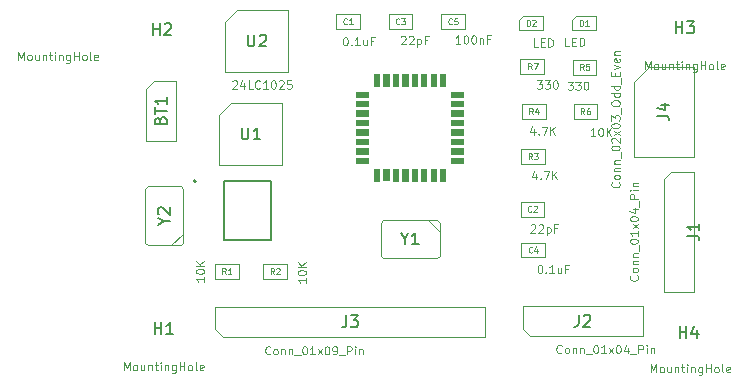
<source format=gbr>
%TF.GenerationSoftware,KiCad,Pcbnew,9.0.0*%
%TF.CreationDate,2025-06-05T18:29:18+05:30*%
%TF.ProjectId,MCU datalogger,4d435520-6461-4746-916c-6f676765722e,1*%
%TF.SameCoordinates,Original*%
%TF.FileFunction,AssemblyDrawing,Top*%
%FSLAX46Y46*%
G04 Gerber Fmt 4.6, Leading zero omitted, Abs format (unit mm)*
G04 Created by KiCad (PCBNEW 9.0.0) date 2025-06-05 18:29:18*
%MOMM*%
%LPD*%
G01*
G04 APERTURE LIST*
%ADD10C,0.150000*%
%ADD11C,0.100000*%
%ADD12C,0.080000*%
%ADD13C,0.010000*%
%ADD14C,0.127000*%
%ADD15C,0.200000*%
G04 APERTURE END LIST*
D10*
X65717009Y-96619914D02*
X65764628Y-96477057D01*
X65764628Y-96477057D02*
X65812247Y-96429438D01*
X65812247Y-96429438D02*
X65907485Y-96381819D01*
X65907485Y-96381819D02*
X66050342Y-96381819D01*
X66050342Y-96381819D02*
X66145580Y-96429438D01*
X66145580Y-96429438D02*
X66193200Y-96477057D01*
X66193200Y-96477057D02*
X66240819Y-96572295D01*
X66240819Y-96572295D02*
X66240819Y-96953247D01*
X66240819Y-96953247D02*
X65240819Y-96953247D01*
X65240819Y-96953247D02*
X65240819Y-96619914D01*
X65240819Y-96619914D02*
X65288438Y-96524676D01*
X65288438Y-96524676D02*
X65336057Y-96477057D01*
X65336057Y-96477057D02*
X65431295Y-96429438D01*
X65431295Y-96429438D02*
X65526533Y-96429438D01*
X65526533Y-96429438D02*
X65621771Y-96477057D01*
X65621771Y-96477057D02*
X65669390Y-96524676D01*
X65669390Y-96524676D02*
X65717009Y-96619914D01*
X65717009Y-96619914D02*
X65717009Y-96953247D01*
X65240819Y-96096104D02*
X65240819Y-95524676D01*
X66240819Y-95810390D02*
X65240819Y-95810390D01*
X66240819Y-94667533D02*
X66240819Y-95238961D01*
X66240819Y-94953247D02*
X65240819Y-94953247D01*
X65240819Y-94953247D02*
X65383676Y-95048485D01*
X65383676Y-95048485D02*
X65478914Y-95143723D01*
X65478914Y-95143723D02*
X65526533Y-95238961D01*
D11*
X97378133Y-97387966D02*
X97378133Y-97854633D01*
X97211467Y-97121300D02*
X97044800Y-97621300D01*
X97044800Y-97621300D02*
X97478133Y-97621300D01*
X97744800Y-97787966D02*
X97778134Y-97821300D01*
X97778134Y-97821300D02*
X97744800Y-97854633D01*
X97744800Y-97854633D02*
X97711467Y-97821300D01*
X97711467Y-97821300D02*
X97744800Y-97787966D01*
X97744800Y-97787966D02*
X97744800Y-97854633D01*
X98011467Y-97154633D02*
X98478133Y-97154633D01*
X98478133Y-97154633D02*
X98178133Y-97854633D01*
X98744800Y-97854633D02*
X98744800Y-97154633D01*
X99144800Y-97854633D02*
X98844800Y-97454633D01*
X99144800Y-97154633D02*
X98744800Y-97554633D01*
D12*
X97255166Y-96112149D02*
X97088500Y-95874054D01*
X96969452Y-96112149D02*
X96969452Y-95612149D01*
X96969452Y-95612149D02*
X97159928Y-95612149D01*
X97159928Y-95612149D02*
X97207547Y-95635959D01*
X97207547Y-95635959D02*
X97231357Y-95659768D01*
X97231357Y-95659768D02*
X97255166Y-95707387D01*
X97255166Y-95707387D02*
X97255166Y-95778816D01*
X97255166Y-95778816D02*
X97231357Y-95826435D01*
X97231357Y-95826435D02*
X97207547Y-95850244D01*
X97207547Y-95850244D02*
X97159928Y-95874054D01*
X97159928Y-95874054D02*
X96969452Y-95874054D01*
X97683738Y-95778816D02*
X97683738Y-96112149D01*
X97564690Y-95588340D02*
X97445643Y-95945482D01*
X97445643Y-95945482D02*
X97755166Y-95945482D01*
D11*
X97541833Y-101147166D02*
X97541833Y-101613833D01*
X97375167Y-100880500D02*
X97208500Y-101380500D01*
X97208500Y-101380500D02*
X97641833Y-101380500D01*
X97908500Y-101547166D02*
X97941834Y-101580500D01*
X97941834Y-101580500D02*
X97908500Y-101613833D01*
X97908500Y-101613833D02*
X97875167Y-101580500D01*
X97875167Y-101580500D02*
X97908500Y-101547166D01*
X97908500Y-101547166D02*
X97908500Y-101613833D01*
X98175167Y-100913833D02*
X98641833Y-100913833D01*
X98641833Y-100913833D02*
X98341833Y-101613833D01*
X98908500Y-101613833D02*
X98908500Y-100913833D01*
X99308500Y-101613833D02*
X99008500Y-101213833D01*
X99308500Y-100913833D02*
X98908500Y-101313833D01*
D12*
X97175166Y-99922149D02*
X97008500Y-99684054D01*
X96889452Y-99922149D02*
X96889452Y-99422149D01*
X96889452Y-99422149D02*
X97079928Y-99422149D01*
X97079928Y-99422149D02*
X97127547Y-99445959D01*
X97127547Y-99445959D02*
X97151357Y-99469768D01*
X97151357Y-99469768D02*
X97175166Y-99517387D01*
X97175166Y-99517387D02*
X97175166Y-99588816D01*
X97175166Y-99588816D02*
X97151357Y-99636435D01*
X97151357Y-99636435D02*
X97127547Y-99660244D01*
X97127547Y-99660244D02*
X97079928Y-99684054D01*
X97079928Y-99684054D02*
X96889452Y-99684054D01*
X97341833Y-99422149D02*
X97651357Y-99422149D01*
X97651357Y-99422149D02*
X97484690Y-99612625D01*
X97484690Y-99612625D02*
X97556119Y-99612625D01*
X97556119Y-99612625D02*
X97603738Y-99636435D01*
X97603738Y-99636435D02*
X97627547Y-99660244D01*
X97627547Y-99660244D02*
X97651357Y-99707863D01*
X97651357Y-99707863D02*
X97651357Y-99826911D01*
X97651357Y-99826911D02*
X97627547Y-99874530D01*
X97627547Y-99874530D02*
X97603738Y-99898340D01*
X97603738Y-99898340D02*
X97556119Y-99922149D01*
X97556119Y-99922149D02*
X97413262Y-99922149D01*
X97413262Y-99922149D02*
X97365643Y-99898340D01*
X97365643Y-99898340D02*
X97341833Y-99874530D01*
D11*
X53698401Y-91530033D02*
X53698401Y-90830033D01*
X53698401Y-90830033D02*
X53931735Y-91330033D01*
X53931735Y-91330033D02*
X54165068Y-90830033D01*
X54165068Y-90830033D02*
X54165068Y-91530033D01*
X54598401Y-91530033D02*
X54531735Y-91496700D01*
X54531735Y-91496700D02*
X54498401Y-91463366D01*
X54498401Y-91463366D02*
X54465068Y-91396700D01*
X54465068Y-91396700D02*
X54465068Y-91196700D01*
X54465068Y-91196700D02*
X54498401Y-91130033D01*
X54498401Y-91130033D02*
X54531735Y-91096700D01*
X54531735Y-91096700D02*
X54598401Y-91063366D01*
X54598401Y-91063366D02*
X54698401Y-91063366D01*
X54698401Y-91063366D02*
X54765068Y-91096700D01*
X54765068Y-91096700D02*
X54798401Y-91130033D01*
X54798401Y-91130033D02*
X54831735Y-91196700D01*
X54831735Y-91196700D02*
X54831735Y-91396700D01*
X54831735Y-91396700D02*
X54798401Y-91463366D01*
X54798401Y-91463366D02*
X54765068Y-91496700D01*
X54765068Y-91496700D02*
X54698401Y-91530033D01*
X54698401Y-91530033D02*
X54598401Y-91530033D01*
X55431734Y-91063366D02*
X55431734Y-91530033D01*
X55131734Y-91063366D02*
X55131734Y-91430033D01*
X55131734Y-91430033D02*
X55165068Y-91496700D01*
X55165068Y-91496700D02*
X55231734Y-91530033D01*
X55231734Y-91530033D02*
X55331734Y-91530033D01*
X55331734Y-91530033D02*
X55398401Y-91496700D01*
X55398401Y-91496700D02*
X55431734Y-91463366D01*
X55765067Y-91063366D02*
X55765067Y-91530033D01*
X55765067Y-91130033D02*
X55798401Y-91096700D01*
X55798401Y-91096700D02*
X55865067Y-91063366D01*
X55865067Y-91063366D02*
X55965067Y-91063366D01*
X55965067Y-91063366D02*
X56031734Y-91096700D01*
X56031734Y-91096700D02*
X56065067Y-91163366D01*
X56065067Y-91163366D02*
X56065067Y-91530033D01*
X56298400Y-91063366D02*
X56565067Y-91063366D01*
X56398400Y-90830033D02*
X56398400Y-91430033D01*
X56398400Y-91430033D02*
X56431734Y-91496700D01*
X56431734Y-91496700D02*
X56498400Y-91530033D01*
X56498400Y-91530033D02*
X56565067Y-91530033D01*
X56798400Y-91530033D02*
X56798400Y-91063366D01*
X56798400Y-90830033D02*
X56765067Y-90863366D01*
X56765067Y-90863366D02*
X56798400Y-90896700D01*
X56798400Y-90896700D02*
X56831734Y-90863366D01*
X56831734Y-90863366D02*
X56798400Y-90830033D01*
X56798400Y-90830033D02*
X56798400Y-90896700D01*
X57131733Y-91063366D02*
X57131733Y-91530033D01*
X57131733Y-91130033D02*
X57165067Y-91096700D01*
X57165067Y-91096700D02*
X57231733Y-91063366D01*
X57231733Y-91063366D02*
X57331733Y-91063366D01*
X57331733Y-91063366D02*
X57398400Y-91096700D01*
X57398400Y-91096700D02*
X57431733Y-91163366D01*
X57431733Y-91163366D02*
X57431733Y-91530033D01*
X58065066Y-91063366D02*
X58065066Y-91630033D01*
X58065066Y-91630033D02*
X58031733Y-91696700D01*
X58031733Y-91696700D02*
X57998400Y-91730033D01*
X57998400Y-91730033D02*
X57931733Y-91763366D01*
X57931733Y-91763366D02*
X57831733Y-91763366D01*
X57831733Y-91763366D02*
X57765066Y-91730033D01*
X58065066Y-91496700D02*
X57998400Y-91530033D01*
X57998400Y-91530033D02*
X57865066Y-91530033D01*
X57865066Y-91530033D02*
X57798400Y-91496700D01*
X57798400Y-91496700D02*
X57765066Y-91463366D01*
X57765066Y-91463366D02*
X57731733Y-91396700D01*
X57731733Y-91396700D02*
X57731733Y-91196700D01*
X57731733Y-91196700D02*
X57765066Y-91130033D01*
X57765066Y-91130033D02*
X57798400Y-91096700D01*
X57798400Y-91096700D02*
X57865066Y-91063366D01*
X57865066Y-91063366D02*
X57998400Y-91063366D01*
X57998400Y-91063366D02*
X58065066Y-91096700D01*
X58398399Y-91530033D02*
X58398399Y-90830033D01*
X58398399Y-91163366D02*
X58798399Y-91163366D01*
X58798399Y-91530033D02*
X58798399Y-90830033D01*
X59231732Y-91530033D02*
X59165066Y-91496700D01*
X59165066Y-91496700D02*
X59131732Y-91463366D01*
X59131732Y-91463366D02*
X59098399Y-91396700D01*
X59098399Y-91396700D02*
X59098399Y-91196700D01*
X59098399Y-91196700D02*
X59131732Y-91130033D01*
X59131732Y-91130033D02*
X59165066Y-91096700D01*
X59165066Y-91096700D02*
X59231732Y-91063366D01*
X59231732Y-91063366D02*
X59331732Y-91063366D01*
X59331732Y-91063366D02*
X59398399Y-91096700D01*
X59398399Y-91096700D02*
X59431732Y-91130033D01*
X59431732Y-91130033D02*
X59465066Y-91196700D01*
X59465066Y-91196700D02*
X59465066Y-91396700D01*
X59465066Y-91396700D02*
X59431732Y-91463366D01*
X59431732Y-91463366D02*
X59398399Y-91496700D01*
X59398399Y-91496700D02*
X59331732Y-91530033D01*
X59331732Y-91530033D02*
X59231732Y-91530033D01*
X59865065Y-91530033D02*
X59798399Y-91496700D01*
X59798399Y-91496700D02*
X59765065Y-91430033D01*
X59765065Y-91430033D02*
X59765065Y-90830033D01*
X60398399Y-91496700D02*
X60331732Y-91530033D01*
X60331732Y-91530033D02*
X60198399Y-91530033D01*
X60198399Y-91530033D02*
X60131732Y-91496700D01*
X60131732Y-91496700D02*
X60098399Y-91430033D01*
X60098399Y-91430033D02*
X60098399Y-91163366D01*
X60098399Y-91163366D02*
X60131732Y-91096700D01*
X60131732Y-91096700D02*
X60198399Y-91063366D01*
X60198399Y-91063366D02*
X60331732Y-91063366D01*
X60331732Y-91063366D02*
X60398399Y-91096700D01*
X60398399Y-91096700D02*
X60431732Y-91163366D01*
X60431732Y-91163366D02*
X60431732Y-91230033D01*
X60431732Y-91230033D02*
X60098399Y-91296700D01*
D10*
X65074895Y-89380219D02*
X65074895Y-88380219D01*
X65074895Y-88856409D02*
X65646323Y-88856409D01*
X65646323Y-89380219D02*
X65646323Y-88380219D01*
X66074895Y-88475457D02*
X66122514Y-88427838D01*
X66122514Y-88427838D02*
X66217752Y-88380219D01*
X66217752Y-88380219D02*
X66455847Y-88380219D01*
X66455847Y-88380219D02*
X66551085Y-88427838D01*
X66551085Y-88427838D02*
X66598704Y-88475457D01*
X66598704Y-88475457D02*
X66646323Y-88570695D01*
X66646323Y-88570695D02*
X66646323Y-88665933D01*
X66646323Y-88665933D02*
X66598704Y-88808790D01*
X66598704Y-88808790D02*
X66027276Y-89380219D01*
X66027276Y-89380219D02*
X66646323Y-89380219D01*
D11*
X106093766Y-109751666D02*
X106127100Y-109784999D01*
X106127100Y-109784999D02*
X106160433Y-109884999D01*
X106160433Y-109884999D02*
X106160433Y-109951666D01*
X106160433Y-109951666D02*
X106127100Y-110051666D01*
X106127100Y-110051666D02*
X106060433Y-110118333D01*
X106060433Y-110118333D02*
X105993766Y-110151666D01*
X105993766Y-110151666D02*
X105860433Y-110184999D01*
X105860433Y-110184999D02*
X105760433Y-110184999D01*
X105760433Y-110184999D02*
X105627100Y-110151666D01*
X105627100Y-110151666D02*
X105560433Y-110118333D01*
X105560433Y-110118333D02*
X105493766Y-110051666D01*
X105493766Y-110051666D02*
X105460433Y-109951666D01*
X105460433Y-109951666D02*
X105460433Y-109884999D01*
X105460433Y-109884999D02*
X105493766Y-109784999D01*
X105493766Y-109784999D02*
X105527100Y-109751666D01*
X106160433Y-109351666D02*
X106127100Y-109418333D01*
X106127100Y-109418333D02*
X106093766Y-109451666D01*
X106093766Y-109451666D02*
X106027100Y-109484999D01*
X106027100Y-109484999D02*
X105827100Y-109484999D01*
X105827100Y-109484999D02*
X105760433Y-109451666D01*
X105760433Y-109451666D02*
X105727100Y-109418333D01*
X105727100Y-109418333D02*
X105693766Y-109351666D01*
X105693766Y-109351666D02*
X105693766Y-109251666D01*
X105693766Y-109251666D02*
X105727100Y-109184999D01*
X105727100Y-109184999D02*
X105760433Y-109151666D01*
X105760433Y-109151666D02*
X105827100Y-109118333D01*
X105827100Y-109118333D02*
X106027100Y-109118333D01*
X106027100Y-109118333D02*
X106093766Y-109151666D01*
X106093766Y-109151666D02*
X106127100Y-109184999D01*
X106127100Y-109184999D02*
X106160433Y-109251666D01*
X106160433Y-109251666D02*
X106160433Y-109351666D01*
X105693766Y-108818333D02*
X106160433Y-108818333D01*
X105760433Y-108818333D02*
X105727100Y-108785000D01*
X105727100Y-108785000D02*
X105693766Y-108718333D01*
X105693766Y-108718333D02*
X105693766Y-108618333D01*
X105693766Y-108618333D02*
X105727100Y-108551666D01*
X105727100Y-108551666D02*
X105793766Y-108518333D01*
X105793766Y-108518333D02*
X106160433Y-108518333D01*
X105693766Y-108185000D02*
X106160433Y-108185000D01*
X105760433Y-108185000D02*
X105727100Y-108151667D01*
X105727100Y-108151667D02*
X105693766Y-108085000D01*
X105693766Y-108085000D02*
X105693766Y-107985000D01*
X105693766Y-107985000D02*
X105727100Y-107918333D01*
X105727100Y-107918333D02*
X105793766Y-107885000D01*
X105793766Y-107885000D02*
X106160433Y-107885000D01*
X106227100Y-107718334D02*
X106227100Y-107185000D01*
X105460433Y-106885001D02*
X105460433Y-106818334D01*
X105460433Y-106818334D02*
X105493766Y-106751667D01*
X105493766Y-106751667D02*
X105527100Y-106718334D01*
X105527100Y-106718334D02*
X105593766Y-106685001D01*
X105593766Y-106685001D02*
X105727100Y-106651667D01*
X105727100Y-106651667D02*
X105893766Y-106651667D01*
X105893766Y-106651667D02*
X106027100Y-106685001D01*
X106027100Y-106685001D02*
X106093766Y-106718334D01*
X106093766Y-106718334D02*
X106127100Y-106751667D01*
X106127100Y-106751667D02*
X106160433Y-106818334D01*
X106160433Y-106818334D02*
X106160433Y-106885001D01*
X106160433Y-106885001D02*
X106127100Y-106951667D01*
X106127100Y-106951667D02*
X106093766Y-106985001D01*
X106093766Y-106985001D02*
X106027100Y-107018334D01*
X106027100Y-107018334D02*
X105893766Y-107051667D01*
X105893766Y-107051667D02*
X105727100Y-107051667D01*
X105727100Y-107051667D02*
X105593766Y-107018334D01*
X105593766Y-107018334D02*
X105527100Y-106985001D01*
X105527100Y-106985001D02*
X105493766Y-106951667D01*
X105493766Y-106951667D02*
X105460433Y-106885001D01*
X106160433Y-105985000D02*
X106160433Y-106385000D01*
X106160433Y-106185000D02*
X105460433Y-106185000D01*
X105460433Y-106185000D02*
X105560433Y-106251667D01*
X105560433Y-106251667D02*
X105627100Y-106318334D01*
X105627100Y-106318334D02*
X105660433Y-106385000D01*
X106160433Y-105751667D02*
X105693766Y-105385000D01*
X105693766Y-105751667D02*
X106160433Y-105385000D01*
X105460433Y-104985000D02*
X105460433Y-104918333D01*
X105460433Y-104918333D02*
X105493766Y-104851666D01*
X105493766Y-104851666D02*
X105527100Y-104818333D01*
X105527100Y-104818333D02*
X105593766Y-104785000D01*
X105593766Y-104785000D02*
X105727100Y-104751666D01*
X105727100Y-104751666D02*
X105893766Y-104751666D01*
X105893766Y-104751666D02*
X106027100Y-104785000D01*
X106027100Y-104785000D02*
X106093766Y-104818333D01*
X106093766Y-104818333D02*
X106127100Y-104851666D01*
X106127100Y-104851666D02*
X106160433Y-104918333D01*
X106160433Y-104918333D02*
X106160433Y-104985000D01*
X106160433Y-104985000D02*
X106127100Y-105051666D01*
X106127100Y-105051666D02*
X106093766Y-105085000D01*
X106093766Y-105085000D02*
X106027100Y-105118333D01*
X106027100Y-105118333D02*
X105893766Y-105151666D01*
X105893766Y-105151666D02*
X105727100Y-105151666D01*
X105727100Y-105151666D02*
X105593766Y-105118333D01*
X105593766Y-105118333D02*
X105527100Y-105085000D01*
X105527100Y-105085000D02*
X105493766Y-105051666D01*
X105493766Y-105051666D02*
X105460433Y-104985000D01*
X105693766Y-104151666D02*
X106160433Y-104151666D01*
X105427100Y-104318333D02*
X105927100Y-104484999D01*
X105927100Y-104484999D02*
X105927100Y-104051666D01*
X106227100Y-103951666D02*
X106227100Y-103418332D01*
X106160433Y-103251666D02*
X105460433Y-103251666D01*
X105460433Y-103251666D02*
X105460433Y-102984999D01*
X105460433Y-102984999D02*
X105493766Y-102918333D01*
X105493766Y-102918333D02*
X105527100Y-102884999D01*
X105527100Y-102884999D02*
X105593766Y-102851666D01*
X105593766Y-102851666D02*
X105693766Y-102851666D01*
X105693766Y-102851666D02*
X105760433Y-102884999D01*
X105760433Y-102884999D02*
X105793766Y-102918333D01*
X105793766Y-102918333D02*
X105827100Y-102984999D01*
X105827100Y-102984999D02*
X105827100Y-103251666D01*
X106160433Y-102551666D02*
X105693766Y-102551666D01*
X105460433Y-102551666D02*
X105493766Y-102584999D01*
X105493766Y-102584999D02*
X105527100Y-102551666D01*
X105527100Y-102551666D02*
X105493766Y-102518333D01*
X105493766Y-102518333D02*
X105460433Y-102551666D01*
X105460433Y-102551666D02*
X105527100Y-102551666D01*
X105693766Y-102218333D02*
X106160433Y-102218333D01*
X105760433Y-102218333D02*
X105727100Y-102185000D01*
X105727100Y-102185000D02*
X105693766Y-102118333D01*
X105693766Y-102118333D02*
X105693766Y-102018333D01*
X105693766Y-102018333D02*
X105727100Y-101951666D01*
X105727100Y-101951666D02*
X105793766Y-101918333D01*
X105793766Y-101918333D02*
X106160433Y-101918333D01*
D10*
X110330819Y-106378333D02*
X111045104Y-106378333D01*
X111045104Y-106378333D02*
X111187961Y-106425952D01*
X111187961Y-106425952D02*
X111283200Y-106521190D01*
X111283200Y-106521190D02*
X111330819Y-106664047D01*
X111330819Y-106664047D02*
X111330819Y-106759285D01*
X111330819Y-105378333D02*
X111330819Y-105949761D01*
X111330819Y-105664047D02*
X110330819Y-105664047D01*
X110330819Y-105664047D02*
X110473676Y-105759285D01*
X110473676Y-105759285D02*
X110568914Y-105854523D01*
X110568914Y-105854523D02*
X110616533Y-105949761D01*
D11*
X104544366Y-101869998D02*
X104577700Y-101903331D01*
X104577700Y-101903331D02*
X104611033Y-102003331D01*
X104611033Y-102003331D02*
X104611033Y-102069998D01*
X104611033Y-102069998D02*
X104577700Y-102169998D01*
X104577700Y-102169998D02*
X104511033Y-102236665D01*
X104511033Y-102236665D02*
X104444366Y-102269998D01*
X104444366Y-102269998D02*
X104311033Y-102303331D01*
X104311033Y-102303331D02*
X104211033Y-102303331D01*
X104211033Y-102303331D02*
X104077700Y-102269998D01*
X104077700Y-102269998D02*
X104011033Y-102236665D01*
X104011033Y-102236665D02*
X103944366Y-102169998D01*
X103944366Y-102169998D02*
X103911033Y-102069998D01*
X103911033Y-102069998D02*
X103911033Y-102003331D01*
X103911033Y-102003331D02*
X103944366Y-101903331D01*
X103944366Y-101903331D02*
X103977700Y-101869998D01*
X104611033Y-101469998D02*
X104577700Y-101536665D01*
X104577700Y-101536665D02*
X104544366Y-101569998D01*
X104544366Y-101569998D02*
X104477700Y-101603331D01*
X104477700Y-101603331D02*
X104277700Y-101603331D01*
X104277700Y-101603331D02*
X104211033Y-101569998D01*
X104211033Y-101569998D02*
X104177700Y-101536665D01*
X104177700Y-101536665D02*
X104144366Y-101469998D01*
X104144366Y-101469998D02*
X104144366Y-101369998D01*
X104144366Y-101369998D02*
X104177700Y-101303331D01*
X104177700Y-101303331D02*
X104211033Y-101269998D01*
X104211033Y-101269998D02*
X104277700Y-101236665D01*
X104277700Y-101236665D02*
X104477700Y-101236665D01*
X104477700Y-101236665D02*
X104544366Y-101269998D01*
X104544366Y-101269998D02*
X104577700Y-101303331D01*
X104577700Y-101303331D02*
X104611033Y-101369998D01*
X104611033Y-101369998D02*
X104611033Y-101469998D01*
X104144366Y-100936665D02*
X104611033Y-100936665D01*
X104211033Y-100936665D02*
X104177700Y-100903332D01*
X104177700Y-100903332D02*
X104144366Y-100836665D01*
X104144366Y-100836665D02*
X104144366Y-100736665D01*
X104144366Y-100736665D02*
X104177700Y-100669998D01*
X104177700Y-100669998D02*
X104244366Y-100636665D01*
X104244366Y-100636665D02*
X104611033Y-100636665D01*
X104144366Y-100303332D02*
X104611033Y-100303332D01*
X104211033Y-100303332D02*
X104177700Y-100269999D01*
X104177700Y-100269999D02*
X104144366Y-100203332D01*
X104144366Y-100203332D02*
X104144366Y-100103332D01*
X104144366Y-100103332D02*
X104177700Y-100036665D01*
X104177700Y-100036665D02*
X104244366Y-100003332D01*
X104244366Y-100003332D02*
X104611033Y-100003332D01*
X104677700Y-99836666D02*
X104677700Y-99303332D01*
X103911033Y-99003333D02*
X103911033Y-98936666D01*
X103911033Y-98936666D02*
X103944366Y-98869999D01*
X103944366Y-98869999D02*
X103977700Y-98836666D01*
X103977700Y-98836666D02*
X104044366Y-98803333D01*
X104044366Y-98803333D02*
X104177700Y-98769999D01*
X104177700Y-98769999D02*
X104344366Y-98769999D01*
X104344366Y-98769999D02*
X104477700Y-98803333D01*
X104477700Y-98803333D02*
X104544366Y-98836666D01*
X104544366Y-98836666D02*
X104577700Y-98869999D01*
X104577700Y-98869999D02*
X104611033Y-98936666D01*
X104611033Y-98936666D02*
X104611033Y-99003333D01*
X104611033Y-99003333D02*
X104577700Y-99069999D01*
X104577700Y-99069999D02*
X104544366Y-99103333D01*
X104544366Y-99103333D02*
X104477700Y-99136666D01*
X104477700Y-99136666D02*
X104344366Y-99169999D01*
X104344366Y-99169999D02*
X104177700Y-99169999D01*
X104177700Y-99169999D02*
X104044366Y-99136666D01*
X104044366Y-99136666D02*
X103977700Y-99103333D01*
X103977700Y-99103333D02*
X103944366Y-99069999D01*
X103944366Y-99069999D02*
X103911033Y-99003333D01*
X103977700Y-98503332D02*
X103944366Y-98469999D01*
X103944366Y-98469999D02*
X103911033Y-98403332D01*
X103911033Y-98403332D02*
X103911033Y-98236666D01*
X103911033Y-98236666D02*
X103944366Y-98169999D01*
X103944366Y-98169999D02*
X103977700Y-98136666D01*
X103977700Y-98136666D02*
X104044366Y-98103332D01*
X104044366Y-98103332D02*
X104111033Y-98103332D01*
X104111033Y-98103332D02*
X104211033Y-98136666D01*
X104211033Y-98136666D02*
X104611033Y-98536666D01*
X104611033Y-98536666D02*
X104611033Y-98103332D01*
X104611033Y-97869999D02*
X104144366Y-97503332D01*
X104144366Y-97869999D02*
X104611033Y-97503332D01*
X103911033Y-97103332D02*
X103911033Y-97036665D01*
X103911033Y-97036665D02*
X103944366Y-96969998D01*
X103944366Y-96969998D02*
X103977700Y-96936665D01*
X103977700Y-96936665D02*
X104044366Y-96903332D01*
X104044366Y-96903332D02*
X104177700Y-96869998D01*
X104177700Y-96869998D02*
X104344366Y-96869998D01*
X104344366Y-96869998D02*
X104477700Y-96903332D01*
X104477700Y-96903332D02*
X104544366Y-96936665D01*
X104544366Y-96936665D02*
X104577700Y-96969998D01*
X104577700Y-96969998D02*
X104611033Y-97036665D01*
X104611033Y-97036665D02*
X104611033Y-97103332D01*
X104611033Y-97103332D02*
X104577700Y-97169998D01*
X104577700Y-97169998D02*
X104544366Y-97203332D01*
X104544366Y-97203332D02*
X104477700Y-97236665D01*
X104477700Y-97236665D02*
X104344366Y-97269998D01*
X104344366Y-97269998D02*
X104177700Y-97269998D01*
X104177700Y-97269998D02*
X104044366Y-97236665D01*
X104044366Y-97236665D02*
X103977700Y-97203332D01*
X103977700Y-97203332D02*
X103944366Y-97169998D01*
X103944366Y-97169998D02*
X103911033Y-97103332D01*
X103911033Y-96636665D02*
X103911033Y-96203331D01*
X103911033Y-96203331D02*
X104177700Y-96436665D01*
X104177700Y-96436665D02*
X104177700Y-96336665D01*
X104177700Y-96336665D02*
X104211033Y-96269998D01*
X104211033Y-96269998D02*
X104244366Y-96236665D01*
X104244366Y-96236665D02*
X104311033Y-96203331D01*
X104311033Y-96203331D02*
X104477700Y-96203331D01*
X104477700Y-96203331D02*
X104544366Y-96236665D01*
X104544366Y-96236665D02*
X104577700Y-96269998D01*
X104577700Y-96269998D02*
X104611033Y-96336665D01*
X104611033Y-96336665D02*
X104611033Y-96536665D01*
X104611033Y-96536665D02*
X104577700Y-96603331D01*
X104577700Y-96603331D02*
X104544366Y-96636665D01*
X104677700Y-96069998D02*
X104677700Y-95536664D01*
X103911033Y-95236665D02*
X103911033Y-95103331D01*
X103911033Y-95103331D02*
X103944366Y-95036665D01*
X103944366Y-95036665D02*
X104011033Y-94969998D01*
X104011033Y-94969998D02*
X104144366Y-94936665D01*
X104144366Y-94936665D02*
X104377700Y-94936665D01*
X104377700Y-94936665D02*
X104511033Y-94969998D01*
X104511033Y-94969998D02*
X104577700Y-95036665D01*
X104577700Y-95036665D02*
X104611033Y-95103331D01*
X104611033Y-95103331D02*
X104611033Y-95236665D01*
X104611033Y-95236665D02*
X104577700Y-95303331D01*
X104577700Y-95303331D02*
X104511033Y-95369998D01*
X104511033Y-95369998D02*
X104377700Y-95403331D01*
X104377700Y-95403331D02*
X104144366Y-95403331D01*
X104144366Y-95403331D02*
X104011033Y-95369998D01*
X104011033Y-95369998D02*
X103944366Y-95303331D01*
X103944366Y-95303331D02*
X103911033Y-95236665D01*
X104611033Y-94336665D02*
X103911033Y-94336665D01*
X104577700Y-94336665D02*
X104611033Y-94403332D01*
X104611033Y-94403332D02*
X104611033Y-94536665D01*
X104611033Y-94536665D02*
X104577700Y-94603332D01*
X104577700Y-94603332D02*
X104544366Y-94636665D01*
X104544366Y-94636665D02*
X104477700Y-94669998D01*
X104477700Y-94669998D02*
X104277700Y-94669998D01*
X104277700Y-94669998D02*
X104211033Y-94636665D01*
X104211033Y-94636665D02*
X104177700Y-94603332D01*
X104177700Y-94603332D02*
X104144366Y-94536665D01*
X104144366Y-94536665D02*
X104144366Y-94403332D01*
X104144366Y-94403332D02*
X104177700Y-94336665D01*
X104611033Y-93703332D02*
X103911033Y-93703332D01*
X104577700Y-93703332D02*
X104611033Y-93769999D01*
X104611033Y-93769999D02*
X104611033Y-93903332D01*
X104611033Y-93903332D02*
X104577700Y-93969999D01*
X104577700Y-93969999D02*
X104544366Y-94003332D01*
X104544366Y-94003332D02*
X104477700Y-94036665D01*
X104477700Y-94036665D02*
X104277700Y-94036665D01*
X104277700Y-94036665D02*
X104211033Y-94003332D01*
X104211033Y-94003332D02*
X104177700Y-93969999D01*
X104177700Y-93969999D02*
X104144366Y-93903332D01*
X104144366Y-93903332D02*
X104144366Y-93769999D01*
X104144366Y-93769999D02*
X104177700Y-93703332D01*
X104677700Y-93536666D02*
X104677700Y-93003332D01*
X104244366Y-92836666D02*
X104244366Y-92603333D01*
X104611033Y-92503333D02*
X104611033Y-92836666D01*
X104611033Y-92836666D02*
X103911033Y-92836666D01*
X103911033Y-92836666D02*
X103911033Y-92503333D01*
X104144366Y-92270000D02*
X104611033Y-92103333D01*
X104611033Y-92103333D02*
X104144366Y-91936666D01*
X104577700Y-91403333D02*
X104611033Y-91470000D01*
X104611033Y-91470000D02*
X104611033Y-91603333D01*
X104611033Y-91603333D02*
X104577700Y-91670000D01*
X104577700Y-91670000D02*
X104511033Y-91703333D01*
X104511033Y-91703333D02*
X104244366Y-91703333D01*
X104244366Y-91703333D02*
X104177700Y-91670000D01*
X104177700Y-91670000D02*
X104144366Y-91603333D01*
X104144366Y-91603333D02*
X104144366Y-91470000D01*
X104144366Y-91470000D02*
X104177700Y-91403333D01*
X104177700Y-91403333D02*
X104244366Y-91370000D01*
X104244366Y-91370000D02*
X104311033Y-91370000D01*
X104311033Y-91370000D02*
X104377700Y-91703333D01*
X104144366Y-91070000D02*
X104611033Y-91070000D01*
X104211033Y-91070000D02*
X104177700Y-91036667D01*
X104177700Y-91036667D02*
X104144366Y-90970000D01*
X104144366Y-90970000D02*
X104144366Y-90870000D01*
X104144366Y-90870000D02*
X104177700Y-90803333D01*
X104177700Y-90803333D02*
X104244366Y-90770000D01*
X104244366Y-90770000D02*
X104611033Y-90770000D01*
D10*
X107785819Y-96218333D02*
X108500104Y-96218333D01*
X108500104Y-96218333D02*
X108642961Y-96265952D01*
X108642961Y-96265952D02*
X108738200Y-96361190D01*
X108738200Y-96361190D02*
X108785819Y-96504047D01*
X108785819Y-96504047D02*
X108785819Y-96599285D01*
X108119152Y-95313571D02*
X108785819Y-95313571D01*
X107738200Y-95551666D02*
X108452485Y-95789761D01*
X108452485Y-95789761D02*
X108452485Y-95170714D01*
D11*
X97695600Y-90387033D02*
X97362266Y-90387033D01*
X97362266Y-90387033D02*
X97362266Y-89687033D01*
X97928933Y-90020366D02*
X98162267Y-90020366D01*
X98262267Y-90387033D02*
X97928933Y-90387033D01*
X97928933Y-90387033D02*
X97928933Y-89687033D01*
X97928933Y-89687033D02*
X98262267Y-89687033D01*
X98562266Y-90387033D02*
X98562266Y-89687033D01*
X98562266Y-89687033D02*
X98728933Y-89687033D01*
X98728933Y-89687033D02*
X98828933Y-89720366D01*
X98828933Y-89720366D02*
X98895600Y-89787033D01*
X98895600Y-89787033D02*
X98928933Y-89853700D01*
X98928933Y-89853700D02*
X98962266Y-89987033D01*
X98962266Y-89987033D02*
X98962266Y-90087033D01*
X98962266Y-90087033D02*
X98928933Y-90220366D01*
X98928933Y-90220366D02*
X98895600Y-90287033D01*
X98895600Y-90287033D02*
X98828933Y-90353700D01*
X98828933Y-90353700D02*
X98728933Y-90387033D01*
X98728933Y-90387033D02*
X98562266Y-90387033D01*
D12*
X96737452Y-88619149D02*
X96737452Y-88119149D01*
X96737452Y-88119149D02*
X96856500Y-88119149D01*
X96856500Y-88119149D02*
X96927928Y-88142959D01*
X96927928Y-88142959D02*
X96975547Y-88190578D01*
X96975547Y-88190578D02*
X96999357Y-88238197D01*
X96999357Y-88238197D02*
X97023166Y-88333435D01*
X97023166Y-88333435D02*
X97023166Y-88404863D01*
X97023166Y-88404863D02*
X96999357Y-88500101D01*
X96999357Y-88500101D02*
X96975547Y-88547720D01*
X96975547Y-88547720D02*
X96927928Y-88595340D01*
X96927928Y-88595340D02*
X96856500Y-88619149D01*
X96856500Y-88619149D02*
X96737452Y-88619149D01*
X97213643Y-88166768D02*
X97237452Y-88142959D01*
X97237452Y-88142959D02*
X97285071Y-88119149D01*
X97285071Y-88119149D02*
X97404119Y-88119149D01*
X97404119Y-88119149D02*
X97451738Y-88142959D01*
X97451738Y-88142959D02*
X97475547Y-88166768D01*
X97475547Y-88166768D02*
X97499357Y-88214387D01*
X97499357Y-88214387D02*
X97499357Y-88262006D01*
X97499357Y-88262006D02*
X97475547Y-88333435D01*
X97475547Y-88333435D02*
X97189833Y-88619149D01*
X97189833Y-88619149D02*
X97499357Y-88619149D01*
D11*
X81349200Y-89585433D02*
X81415866Y-89585433D01*
X81415866Y-89585433D02*
X81482533Y-89618766D01*
X81482533Y-89618766D02*
X81515866Y-89652100D01*
X81515866Y-89652100D02*
X81549200Y-89718766D01*
X81549200Y-89718766D02*
X81582533Y-89852100D01*
X81582533Y-89852100D02*
X81582533Y-90018766D01*
X81582533Y-90018766D02*
X81549200Y-90152100D01*
X81549200Y-90152100D02*
X81515866Y-90218766D01*
X81515866Y-90218766D02*
X81482533Y-90252100D01*
X81482533Y-90252100D02*
X81415866Y-90285433D01*
X81415866Y-90285433D02*
X81349200Y-90285433D01*
X81349200Y-90285433D02*
X81282533Y-90252100D01*
X81282533Y-90252100D02*
X81249200Y-90218766D01*
X81249200Y-90218766D02*
X81215866Y-90152100D01*
X81215866Y-90152100D02*
X81182533Y-90018766D01*
X81182533Y-90018766D02*
X81182533Y-89852100D01*
X81182533Y-89852100D02*
X81215866Y-89718766D01*
X81215866Y-89718766D02*
X81249200Y-89652100D01*
X81249200Y-89652100D02*
X81282533Y-89618766D01*
X81282533Y-89618766D02*
X81349200Y-89585433D01*
X81882533Y-90218766D02*
X81915867Y-90252100D01*
X81915867Y-90252100D02*
X81882533Y-90285433D01*
X81882533Y-90285433D02*
X81849200Y-90252100D01*
X81849200Y-90252100D02*
X81882533Y-90218766D01*
X81882533Y-90218766D02*
X81882533Y-90285433D01*
X82582533Y-90285433D02*
X82182533Y-90285433D01*
X82382533Y-90285433D02*
X82382533Y-89585433D01*
X82382533Y-89585433D02*
X82315866Y-89685433D01*
X82315866Y-89685433D02*
X82249200Y-89752100D01*
X82249200Y-89752100D02*
X82182533Y-89785433D01*
X83182533Y-89818766D02*
X83182533Y-90285433D01*
X82882533Y-89818766D02*
X82882533Y-90185433D01*
X82882533Y-90185433D02*
X82915867Y-90252100D01*
X82915867Y-90252100D02*
X82982533Y-90285433D01*
X82982533Y-90285433D02*
X83082533Y-90285433D01*
X83082533Y-90285433D02*
X83149200Y-90252100D01*
X83149200Y-90252100D02*
X83182533Y-90218766D01*
X83749200Y-89918766D02*
X83515866Y-89918766D01*
X83515866Y-90285433D02*
X83515866Y-89585433D01*
X83515866Y-89585433D02*
X83849200Y-89585433D01*
D12*
X81516666Y-88444530D02*
X81492857Y-88468340D01*
X81492857Y-88468340D02*
X81421428Y-88492149D01*
X81421428Y-88492149D02*
X81373809Y-88492149D01*
X81373809Y-88492149D02*
X81302381Y-88468340D01*
X81302381Y-88468340D02*
X81254762Y-88420720D01*
X81254762Y-88420720D02*
X81230952Y-88373101D01*
X81230952Y-88373101D02*
X81207143Y-88277863D01*
X81207143Y-88277863D02*
X81207143Y-88206435D01*
X81207143Y-88206435D02*
X81230952Y-88111197D01*
X81230952Y-88111197D02*
X81254762Y-88063578D01*
X81254762Y-88063578D02*
X81302381Y-88015959D01*
X81302381Y-88015959D02*
X81373809Y-87992149D01*
X81373809Y-87992149D02*
X81421428Y-87992149D01*
X81421428Y-87992149D02*
X81492857Y-88015959D01*
X81492857Y-88015959D02*
X81516666Y-88039768D01*
X81992857Y-88492149D02*
X81707143Y-88492149D01*
X81850000Y-88492149D02*
X81850000Y-87992149D01*
X81850000Y-87992149D02*
X81802381Y-88063578D01*
X81802381Y-88063578D02*
X81754762Y-88111197D01*
X81754762Y-88111197D02*
X81707143Y-88135006D01*
D10*
X86391809Y-106658628D02*
X86391809Y-107134819D01*
X86058476Y-106134819D02*
X86391809Y-106658628D01*
X86391809Y-106658628D02*
X86725142Y-106134819D01*
X87582285Y-107134819D02*
X87010857Y-107134819D01*
X87296571Y-107134819D02*
X87296571Y-106134819D01*
X87296571Y-106134819D02*
X87201333Y-106277676D01*
X87201333Y-106277676D02*
X87106095Y-106372914D01*
X87106095Y-106372914D02*
X87010857Y-106420533D01*
D11*
X100190000Y-93338633D02*
X100623333Y-93338633D01*
X100623333Y-93338633D02*
X100390000Y-93605300D01*
X100390000Y-93605300D02*
X100490000Y-93605300D01*
X100490000Y-93605300D02*
X100556666Y-93638633D01*
X100556666Y-93638633D02*
X100590000Y-93671966D01*
X100590000Y-93671966D02*
X100623333Y-93738633D01*
X100623333Y-93738633D02*
X100623333Y-93905300D01*
X100623333Y-93905300D02*
X100590000Y-93971966D01*
X100590000Y-93971966D02*
X100556666Y-94005300D01*
X100556666Y-94005300D02*
X100490000Y-94038633D01*
X100490000Y-94038633D02*
X100290000Y-94038633D01*
X100290000Y-94038633D02*
X100223333Y-94005300D01*
X100223333Y-94005300D02*
X100190000Y-93971966D01*
X100856667Y-93338633D02*
X101290000Y-93338633D01*
X101290000Y-93338633D02*
X101056667Y-93605300D01*
X101056667Y-93605300D02*
X101156667Y-93605300D01*
X101156667Y-93605300D02*
X101223333Y-93638633D01*
X101223333Y-93638633D02*
X101256667Y-93671966D01*
X101256667Y-93671966D02*
X101290000Y-93738633D01*
X101290000Y-93738633D02*
X101290000Y-93905300D01*
X101290000Y-93905300D02*
X101256667Y-93971966D01*
X101256667Y-93971966D02*
X101223333Y-94005300D01*
X101223333Y-94005300D02*
X101156667Y-94038633D01*
X101156667Y-94038633D02*
X100956667Y-94038633D01*
X100956667Y-94038633D02*
X100890000Y-94005300D01*
X100890000Y-94005300D02*
X100856667Y-93971966D01*
X101723334Y-93338633D02*
X101790000Y-93338633D01*
X101790000Y-93338633D02*
X101856667Y-93371966D01*
X101856667Y-93371966D02*
X101890000Y-93405300D01*
X101890000Y-93405300D02*
X101923334Y-93471966D01*
X101923334Y-93471966D02*
X101956667Y-93605300D01*
X101956667Y-93605300D02*
X101956667Y-93771966D01*
X101956667Y-93771966D02*
X101923334Y-93905300D01*
X101923334Y-93905300D02*
X101890000Y-93971966D01*
X101890000Y-93971966D02*
X101856667Y-94005300D01*
X101856667Y-94005300D02*
X101790000Y-94038633D01*
X101790000Y-94038633D02*
X101723334Y-94038633D01*
X101723334Y-94038633D02*
X101656667Y-94005300D01*
X101656667Y-94005300D02*
X101623334Y-93971966D01*
X101623334Y-93971966D02*
X101590000Y-93905300D01*
X101590000Y-93905300D02*
X101556667Y-93771966D01*
X101556667Y-93771966D02*
X101556667Y-93605300D01*
X101556667Y-93605300D02*
X101590000Y-93471966D01*
X101590000Y-93471966D02*
X101623334Y-93405300D01*
X101623334Y-93405300D02*
X101656667Y-93371966D01*
X101656667Y-93371966D02*
X101723334Y-93338633D01*
D12*
X101546666Y-92347149D02*
X101380000Y-92109054D01*
X101260952Y-92347149D02*
X101260952Y-91847149D01*
X101260952Y-91847149D02*
X101451428Y-91847149D01*
X101451428Y-91847149D02*
X101499047Y-91870959D01*
X101499047Y-91870959D02*
X101522857Y-91894768D01*
X101522857Y-91894768D02*
X101546666Y-91942387D01*
X101546666Y-91942387D02*
X101546666Y-92013816D01*
X101546666Y-92013816D02*
X101522857Y-92061435D01*
X101522857Y-92061435D02*
X101499047Y-92085244D01*
X101499047Y-92085244D02*
X101451428Y-92109054D01*
X101451428Y-92109054D02*
X101260952Y-92109054D01*
X101999047Y-91847149D02*
X101760952Y-91847149D01*
X101760952Y-91847149D02*
X101737143Y-92085244D01*
X101737143Y-92085244D02*
X101760952Y-92061435D01*
X101760952Y-92061435D02*
X101808571Y-92037625D01*
X101808571Y-92037625D02*
X101927619Y-92037625D01*
X101927619Y-92037625D02*
X101975238Y-92061435D01*
X101975238Y-92061435D02*
X101999047Y-92085244D01*
X101999047Y-92085244D02*
X102022857Y-92132863D01*
X102022857Y-92132863D02*
X102022857Y-92251911D01*
X102022857Y-92251911D02*
X101999047Y-92299530D01*
X101999047Y-92299530D02*
X101975238Y-92323340D01*
X101975238Y-92323340D02*
X101927619Y-92347149D01*
X101927619Y-92347149D02*
X101808571Y-92347149D01*
X101808571Y-92347149D02*
X101760952Y-92323340D01*
X101760952Y-92323340D02*
X101737143Y-92299530D01*
D11*
X106750001Y-92308633D02*
X106750001Y-91608633D01*
X106750001Y-91608633D02*
X106983335Y-92108633D01*
X106983335Y-92108633D02*
X107216668Y-91608633D01*
X107216668Y-91608633D02*
X107216668Y-92308633D01*
X107650001Y-92308633D02*
X107583335Y-92275300D01*
X107583335Y-92275300D02*
X107550001Y-92241966D01*
X107550001Y-92241966D02*
X107516668Y-92175300D01*
X107516668Y-92175300D02*
X107516668Y-91975300D01*
X107516668Y-91975300D02*
X107550001Y-91908633D01*
X107550001Y-91908633D02*
X107583335Y-91875300D01*
X107583335Y-91875300D02*
X107650001Y-91841966D01*
X107650001Y-91841966D02*
X107750001Y-91841966D01*
X107750001Y-91841966D02*
X107816668Y-91875300D01*
X107816668Y-91875300D02*
X107850001Y-91908633D01*
X107850001Y-91908633D02*
X107883335Y-91975300D01*
X107883335Y-91975300D02*
X107883335Y-92175300D01*
X107883335Y-92175300D02*
X107850001Y-92241966D01*
X107850001Y-92241966D02*
X107816668Y-92275300D01*
X107816668Y-92275300D02*
X107750001Y-92308633D01*
X107750001Y-92308633D02*
X107650001Y-92308633D01*
X108483334Y-91841966D02*
X108483334Y-92308633D01*
X108183334Y-91841966D02*
X108183334Y-92208633D01*
X108183334Y-92208633D02*
X108216668Y-92275300D01*
X108216668Y-92275300D02*
X108283334Y-92308633D01*
X108283334Y-92308633D02*
X108383334Y-92308633D01*
X108383334Y-92308633D02*
X108450001Y-92275300D01*
X108450001Y-92275300D02*
X108483334Y-92241966D01*
X108816667Y-91841966D02*
X108816667Y-92308633D01*
X108816667Y-91908633D02*
X108850001Y-91875300D01*
X108850001Y-91875300D02*
X108916667Y-91841966D01*
X108916667Y-91841966D02*
X109016667Y-91841966D01*
X109016667Y-91841966D02*
X109083334Y-91875300D01*
X109083334Y-91875300D02*
X109116667Y-91941966D01*
X109116667Y-91941966D02*
X109116667Y-92308633D01*
X109350000Y-91841966D02*
X109616667Y-91841966D01*
X109450000Y-91608633D02*
X109450000Y-92208633D01*
X109450000Y-92208633D02*
X109483334Y-92275300D01*
X109483334Y-92275300D02*
X109550000Y-92308633D01*
X109550000Y-92308633D02*
X109616667Y-92308633D01*
X109850000Y-92308633D02*
X109850000Y-91841966D01*
X109850000Y-91608633D02*
X109816667Y-91641966D01*
X109816667Y-91641966D02*
X109850000Y-91675300D01*
X109850000Y-91675300D02*
X109883334Y-91641966D01*
X109883334Y-91641966D02*
X109850000Y-91608633D01*
X109850000Y-91608633D02*
X109850000Y-91675300D01*
X110183333Y-91841966D02*
X110183333Y-92308633D01*
X110183333Y-91908633D02*
X110216667Y-91875300D01*
X110216667Y-91875300D02*
X110283333Y-91841966D01*
X110283333Y-91841966D02*
X110383333Y-91841966D01*
X110383333Y-91841966D02*
X110450000Y-91875300D01*
X110450000Y-91875300D02*
X110483333Y-91941966D01*
X110483333Y-91941966D02*
X110483333Y-92308633D01*
X111116666Y-91841966D02*
X111116666Y-92408633D01*
X111116666Y-92408633D02*
X111083333Y-92475300D01*
X111083333Y-92475300D02*
X111050000Y-92508633D01*
X111050000Y-92508633D02*
X110983333Y-92541966D01*
X110983333Y-92541966D02*
X110883333Y-92541966D01*
X110883333Y-92541966D02*
X110816666Y-92508633D01*
X111116666Y-92275300D02*
X111050000Y-92308633D01*
X111050000Y-92308633D02*
X110916666Y-92308633D01*
X110916666Y-92308633D02*
X110850000Y-92275300D01*
X110850000Y-92275300D02*
X110816666Y-92241966D01*
X110816666Y-92241966D02*
X110783333Y-92175300D01*
X110783333Y-92175300D02*
X110783333Y-91975300D01*
X110783333Y-91975300D02*
X110816666Y-91908633D01*
X110816666Y-91908633D02*
X110850000Y-91875300D01*
X110850000Y-91875300D02*
X110916666Y-91841966D01*
X110916666Y-91841966D02*
X111050000Y-91841966D01*
X111050000Y-91841966D02*
X111116666Y-91875300D01*
X111449999Y-92308633D02*
X111449999Y-91608633D01*
X111449999Y-91941966D02*
X111849999Y-91941966D01*
X111849999Y-92308633D02*
X111849999Y-91608633D01*
X112283332Y-92308633D02*
X112216666Y-92275300D01*
X112216666Y-92275300D02*
X112183332Y-92241966D01*
X112183332Y-92241966D02*
X112149999Y-92175300D01*
X112149999Y-92175300D02*
X112149999Y-91975300D01*
X112149999Y-91975300D02*
X112183332Y-91908633D01*
X112183332Y-91908633D02*
X112216666Y-91875300D01*
X112216666Y-91875300D02*
X112283332Y-91841966D01*
X112283332Y-91841966D02*
X112383332Y-91841966D01*
X112383332Y-91841966D02*
X112449999Y-91875300D01*
X112449999Y-91875300D02*
X112483332Y-91908633D01*
X112483332Y-91908633D02*
X112516666Y-91975300D01*
X112516666Y-91975300D02*
X112516666Y-92175300D01*
X112516666Y-92175300D02*
X112483332Y-92241966D01*
X112483332Y-92241966D02*
X112449999Y-92275300D01*
X112449999Y-92275300D02*
X112383332Y-92308633D01*
X112383332Y-92308633D02*
X112283332Y-92308633D01*
X112916665Y-92308633D02*
X112849999Y-92275300D01*
X112849999Y-92275300D02*
X112816665Y-92208633D01*
X112816665Y-92208633D02*
X112816665Y-91608633D01*
X113449999Y-92275300D02*
X113383332Y-92308633D01*
X113383332Y-92308633D02*
X113249999Y-92308633D01*
X113249999Y-92308633D02*
X113183332Y-92275300D01*
X113183332Y-92275300D02*
X113149999Y-92208633D01*
X113149999Y-92208633D02*
X113149999Y-91941966D01*
X113149999Y-91941966D02*
X113183332Y-91875300D01*
X113183332Y-91875300D02*
X113249999Y-91841966D01*
X113249999Y-91841966D02*
X113383332Y-91841966D01*
X113383332Y-91841966D02*
X113449999Y-91875300D01*
X113449999Y-91875300D02*
X113483332Y-91941966D01*
X113483332Y-91941966D02*
X113483332Y-92008633D01*
X113483332Y-92008633D02*
X113149999Y-92075300D01*
D10*
X109338095Y-89244819D02*
X109338095Y-88244819D01*
X109338095Y-88721009D02*
X109909523Y-88721009D01*
X109909523Y-89244819D02*
X109909523Y-88244819D01*
X110290476Y-88244819D02*
X110909523Y-88244819D01*
X110909523Y-88244819D02*
X110576190Y-88625771D01*
X110576190Y-88625771D02*
X110719047Y-88625771D01*
X110719047Y-88625771D02*
X110814285Y-88673390D01*
X110814285Y-88673390D02*
X110861904Y-88721009D01*
X110861904Y-88721009D02*
X110909523Y-88816247D01*
X110909523Y-88816247D02*
X110909523Y-89054342D01*
X110909523Y-89054342D02*
X110861904Y-89149580D01*
X110861904Y-89149580D02*
X110814285Y-89197200D01*
X110814285Y-89197200D02*
X110719047Y-89244819D01*
X110719047Y-89244819D02*
X110433333Y-89244819D01*
X110433333Y-89244819D02*
X110338095Y-89197200D01*
X110338095Y-89197200D02*
X110290476Y-89149580D01*
D11*
X100343200Y-90319433D02*
X100009866Y-90319433D01*
X100009866Y-90319433D02*
X100009866Y-89619433D01*
X100576533Y-89952766D02*
X100809867Y-89952766D01*
X100909867Y-90319433D02*
X100576533Y-90319433D01*
X100576533Y-90319433D02*
X100576533Y-89619433D01*
X100576533Y-89619433D02*
X100909867Y-89619433D01*
X101209866Y-90319433D02*
X101209866Y-89619433D01*
X101209866Y-89619433D02*
X101376533Y-89619433D01*
X101376533Y-89619433D02*
X101476533Y-89652766D01*
X101476533Y-89652766D02*
X101543200Y-89719433D01*
X101543200Y-89719433D02*
X101576533Y-89786100D01*
X101576533Y-89786100D02*
X101609866Y-89919433D01*
X101609866Y-89919433D02*
X101609866Y-90019433D01*
X101609866Y-90019433D02*
X101576533Y-90152766D01*
X101576533Y-90152766D02*
X101543200Y-90219433D01*
X101543200Y-90219433D02*
X101476533Y-90286100D01*
X101476533Y-90286100D02*
X101376533Y-90319433D01*
X101376533Y-90319433D02*
X101209866Y-90319433D01*
D12*
X101230952Y-88619149D02*
X101230952Y-88119149D01*
X101230952Y-88119149D02*
X101350000Y-88119149D01*
X101350000Y-88119149D02*
X101421428Y-88142959D01*
X101421428Y-88142959D02*
X101469047Y-88190578D01*
X101469047Y-88190578D02*
X101492857Y-88238197D01*
X101492857Y-88238197D02*
X101516666Y-88333435D01*
X101516666Y-88333435D02*
X101516666Y-88404863D01*
X101516666Y-88404863D02*
X101492857Y-88500101D01*
X101492857Y-88500101D02*
X101469047Y-88547720D01*
X101469047Y-88547720D02*
X101421428Y-88595340D01*
X101421428Y-88595340D02*
X101350000Y-88619149D01*
X101350000Y-88619149D02*
X101230952Y-88619149D01*
X101992857Y-88619149D02*
X101707143Y-88619149D01*
X101850000Y-88619149D02*
X101850000Y-88119149D01*
X101850000Y-88119149D02*
X101802381Y-88190578D01*
X101802381Y-88190578D02*
X101754762Y-88238197D01*
X101754762Y-88238197D02*
X101707143Y-88262006D01*
D11*
X99686733Y-116279166D02*
X99653400Y-116312500D01*
X99653400Y-116312500D02*
X99553400Y-116345833D01*
X99553400Y-116345833D02*
X99486733Y-116345833D01*
X99486733Y-116345833D02*
X99386733Y-116312500D01*
X99386733Y-116312500D02*
X99320067Y-116245833D01*
X99320067Y-116245833D02*
X99286733Y-116179166D01*
X99286733Y-116179166D02*
X99253400Y-116045833D01*
X99253400Y-116045833D02*
X99253400Y-115945833D01*
X99253400Y-115945833D02*
X99286733Y-115812500D01*
X99286733Y-115812500D02*
X99320067Y-115745833D01*
X99320067Y-115745833D02*
X99386733Y-115679166D01*
X99386733Y-115679166D02*
X99486733Y-115645833D01*
X99486733Y-115645833D02*
X99553400Y-115645833D01*
X99553400Y-115645833D02*
X99653400Y-115679166D01*
X99653400Y-115679166D02*
X99686733Y-115712500D01*
X100086733Y-116345833D02*
X100020067Y-116312500D01*
X100020067Y-116312500D02*
X99986733Y-116279166D01*
X99986733Y-116279166D02*
X99953400Y-116212500D01*
X99953400Y-116212500D02*
X99953400Y-116012500D01*
X99953400Y-116012500D02*
X99986733Y-115945833D01*
X99986733Y-115945833D02*
X100020067Y-115912500D01*
X100020067Y-115912500D02*
X100086733Y-115879166D01*
X100086733Y-115879166D02*
X100186733Y-115879166D01*
X100186733Y-115879166D02*
X100253400Y-115912500D01*
X100253400Y-115912500D02*
X100286733Y-115945833D01*
X100286733Y-115945833D02*
X100320067Y-116012500D01*
X100320067Y-116012500D02*
X100320067Y-116212500D01*
X100320067Y-116212500D02*
X100286733Y-116279166D01*
X100286733Y-116279166D02*
X100253400Y-116312500D01*
X100253400Y-116312500D02*
X100186733Y-116345833D01*
X100186733Y-116345833D02*
X100086733Y-116345833D01*
X100620066Y-115879166D02*
X100620066Y-116345833D01*
X100620066Y-115945833D02*
X100653400Y-115912500D01*
X100653400Y-115912500D02*
X100720066Y-115879166D01*
X100720066Y-115879166D02*
X100820066Y-115879166D01*
X100820066Y-115879166D02*
X100886733Y-115912500D01*
X100886733Y-115912500D02*
X100920066Y-115979166D01*
X100920066Y-115979166D02*
X100920066Y-116345833D01*
X101253399Y-115879166D02*
X101253399Y-116345833D01*
X101253399Y-115945833D02*
X101286733Y-115912500D01*
X101286733Y-115912500D02*
X101353399Y-115879166D01*
X101353399Y-115879166D02*
X101453399Y-115879166D01*
X101453399Y-115879166D02*
X101520066Y-115912500D01*
X101520066Y-115912500D02*
X101553399Y-115979166D01*
X101553399Y-115979166D02*
X101553399Y-116345833D01*
X101720066Y-116412500D02*
X102253399Y-116412500D01*
X102553399Y-115645833D02*
X102620065Y-115645833D01*
X102620065Y-115645833D02*
X102686732Y-115679166D01*
X102686732Y-115679166D02*
X102720065Y-115712500D01*
X102720065Y-115712500D02*
X102753399Y-115779166D01*
X102753399Y-115779166D02*
X102786732Y-115912500D01*
X102786732Y-115912500D02*
X102786732Y-116079166D01*
X102786732Y-116079166D02*
X102753399Y-116212500D01*
X102753399Y-116212500D02*
X102720065Y-116279166D01*
X102720065Y-116279166D02*
X102686732Y-116312500D01*
X102686732Y-116312500D02*
X102620065Y-116345833D01*
X102620065Y-116345833D02*
X102553399Y-116345833D01*
X102553399Y-116345833D02*
X102486732Y-116312500D01*
X102486732Y-116312500D02*
X102453399Y-116279166D01*
X102453399Y-116279166D02*
X102420065Y-116212500D01*
X102420065Y-116212500D02*
X102386732Y-116079166D01*
X102386732Y-116079166D02*
X102386732Y-115912500D01*
X102386732Y-115912500D02*
X102420065Y-115779166D01*
X102420065Y-115779166D02*
X102453399Y-115712500D01*
X102453399Y-115712500D02*
X102486732Y-115679166D01*
X102486732Y-115679166D02*
X102553399Y-115645833D01*
X103453399Y-116345833D02*
X103053399Y-116345833D01*
X103253399Y-116345833D02*
X103253399Y-115645833D01*
X103253399Y-115645833D02*
X103186732Y-115745833D01*
X103186732Y-115745833D02*
X103120066Y-115812500D01*
X103120066Y-115812500D02*
X103053399Y-115845833D01*
X103686733Y-116345833D02*
X104053399Y-115879166D01*
X103686733Y-115879166D02*
X104053399Y-116345833D01*
X104453400Y-115645833D02*
X104520066Y-115645833D01*
X104520066Y-115645833D02*
X104586733Y-115679166D01*
X104586733Y-115679166D02*
X104620066Y-115712500D01*
X104620066Y-115712500D02*
X104653400Y-115779166D01*
X104653400Y-115779166D02*
X104686733Y-115912500D01*
X104686733Y-115912500D02*
X104686733Y-116079166D01*
X104686733Y-116079166D02*
X104653400Y-116212500D01*
X104653400Y-116212500D02*
X104620066Y-116279166D01*
X104620066Y-116279166D02*
X104586733Y-116312500D01*
X104586733Y-116312500D02*
X104520066Y-116345833D01*
X104520066Y-116345833D02*
X104453400Y-116345833D01*
X104453400Y-116345833D02*
X104386733Y-116312500D01*
X104386733Y-116312500D02*
X104353400Y-116279166D01*
X104353400Y-116279166D02*
X104320066Y-116212500D01*
X104320066Y-116212500D02*
X104286733Y-116079166D01*
X104286733Y-116079166D02*
X104286733Y-115912500D01*
X104286733Y-115912500D02*
X104320066Y-115779166D01*
X104320066Y-115779166D02*
X104353400Y-115712500D01*
X104353400Y-115712500D02*
X104386733Y-115679166D01*
X104386733Y-115679166D02*
X104453400Y-115645833D01*
X105286733Y-115879166D02*
X105286733Y-116345833D01*
X105120067Y-115612500D02*
X104953400Y-116112500D01*
X104953400Y-116112500D02*
X105386733Y-116112500D01*
X105486734Y-116412500D02*
X106020067Y-116412500D01*
X106186733Y-116345833D02*
X106186733Y-115645833D01*
X106186733Y-115645833D02*
X106453400Y-115645833D01*
X106453400Y-115645833D02*
X106520067Y-115679166D01*
X106520067Y-115679166D02*
X106553400Y-115712500D01*
X106553400Y-115712500D02*
X106586733Y-115779166D01*
X106586733Y-115779166D02*
X106586733Y-115879166D01*
X106586733Y-115879166D02*
X106553400Y-115945833D01*
X106553400Y-115945833D02*
X106520067Y-115979166D01*
X106520067Y-115979166D02*
X106453400Y-116012500D01*
X106453400Y-116012500D02*
X106186733Y-116012500D01*
X106886733Y-116345833D02*
X106886733Y-115879166D01*
X106886733Y-115645833D02*
X106853400Y-115679166D01*
X106853400Y-115679166D02*
X106886733Y-115712500D01*
X106886733Y-115712500D02*
X106920067Y-115679166D01*
X106920067Y-115679166D02*
X106886733Y-115645833D01*
X106886733Y-115645833D02*
X106886733Y-115712500D01*
X107220066Y-115879166D02*
X107220066Y-116345833D01*
X107220066Y-115945833D02*
X107253400Y-115912500D01*
X107253400Y-115912500D02*
X107320066Y-115879166D01*
X107320066Y-115879166D02*
X107420066Y-115879166D01*
X107420066Y-115879166D02*
X107486733Y-115912500D01*
X107486733Y-115912500D02*
X107520066Y-115979166D01*
X107520066Y-115979166D02*
X107520066Y-116345833D01*
D10*
X101124266Y-113094419D02*
X101124266Y-113808704D01*
X101124266Y-113808704D02*
X101076647Y-113951561D01*
X101076647Y-113951561D02*
X100981409Y-114046800D01*
X100981409Y-114046800D02*
X100838552Y-114094419D01*
X100838552Y-114094419D02*
X100743314Y-114094419D01*
X101552838Y-113189657D02*
X101600457Y-113142038D01*
X101600457Y-113142038D02*
X101695695Y-113094419D01*
X101695695Y-113094419D02*
X101933790Y-113094419D01*
X101933790Y-113094419D02*
X102029028Y-113142038D01*
X102029028Y-113142038D02*
X102076647Y-113189657D01*
X102076647Y-113189657D02*
X102124266Y-113284895D01*
X102124266Y-113284895D02*
X102124266Y-113380133D01*
X102124266Y-113380133D02*
X102076647Y-113522990D01*
X102076647Y-113522990D02*
X101505219Y-114094419D01*
X101505219Y-114094419D02*
X102124266Y-114094419D01*
D11*
X86099000Y-89550500D02*
X86132333Y-89517166D01*
X86132333Y-89517166D02*
X86199000Y-89483833D01*
X86199000Y-89483833D02*
X86365667Y-89483833D01*
X86365667Y-89483833D02*
X86432333Y-89517166D01*
X86432333Y-89517166D02*
X86465667Y-89550500D01*
X86465667Y-89550500D02*
X86499000Y-89617166D01*
X86499000Y-89617166D02*
X86499000Y-89683833D01*
X86499000Y-89683833D02*
X86465667Y-89783833D01*
X86465667Y-89783833D02*
X86065667Y-90183833D01*
X86065667Y-90183833D02*
X86499000Y-90183833D01*
X86765667Y-89550500D02*
X86799000Y-89517166D01*
X86799000Y-89517166D02*
X86865667Y-89483833D01*
X86865667Y-89483833D02*
X87032334Y-89483833D01*
X87032334Y-89483833D02*
X87099000Y-89517166D01*
X87099000Y-89517166D02*
X87132334Y-89550500D01*
X87132334Y-89550500D02*
X87165667Y-89617166D01*
X87165667Y-89617166D02*
X87165667Y-89683833D01*
X87165667Y-89683833D02*
X87132334Y-89783833D01*
X87132334Y-89783833D02*
X86732334Y-90183833D01*
X86732334Y-90183833D02*
X87165667Y-90183833D01*
X87465667Y-89717166D02*
X87465667Y-90417166D01*
X87465667Y-89750500D02*
X87532334Y-89717166D01*
X87532334Y-89717166D02*
X87665667Y-89717166D01*
X87665667Y-89717166D02*
X87732334Y-89750500D01*
X87732334Y-89750500D02*
X87765667Y-89783833D01*
X87765667Y-89783833D02*
X87799001Y-89850500D01*
X87799001Y-89850500D02*
X87799001Y-90050500D01*
X87799001Y-90050500D02*
X87765667Y-90117166D01*
X87765667Y-90117166D02*
X87732334Y-90150500D01*
X87732334Y-90150500D02*
X87665667Y-90183833D01*
X87665667Y-90183833D02*
X87532334Y-90183833D01*
X87532334Y-90183833D02*
X87465667Y-90150500D01*
X88332334Y-89817166D02*
X88099000Y-89817166D01*
X88099000Y-90183833D02*
X88099000Y-89483833D01*
X88099000Y-89483833D02*
X88432334Y-89483833D01*
D12*
X85956666Y-88444530D02*
X85932857Y-88468340D01*
X85932857Y-88468340D02*
X85861428Y-88492149D01*
X85861428Y-88492149D02*
X85813809Y-88492149D01*
X85813809Y-88492149D02*
X85742381Y-88468340D01*
X85742381Y-88468340D02*
X85694762Y-88420720D01*
X85694762Y-88420720D02*
X85670952Y-88373101D01*
X85670952Y-88373101D02*
X85647143Y-88277863D01*
X85647143Y-88277863D02*
X85647143Y-88206435D01*
X85647143Y-88206435D02*
X85670952Y-88111197D01*
X85670952Y-88111197D02*
X85694762Y-88063578D01*
X85694762Y-88063578D02*
X85742381Y-88015959D01*
X85742381Y-88015959D02*
X85813809Y-87992149D01*
X85813809Y-87992149D02*
X85861428Y-87992149D01*
X85861428Y-87992149D02*
X85932857Y-88015959D01*
X85932857Y-88015959D02*
X85956666Y-88039768D01*
X86123333Y-87992149D02*
X86432857Y-87992149D01*
X86432857Y-87992149D02*
X86266190Y-88182625D01*
X86266190Y-88182625D02*
X86337619Y-88182625D01*
X86337619Y-88182625D02*
X86385238Y-88206435D01*
X86385238Y-88206435D02*
X86409047Y-88230244D01*
X86409047Y-88230244D02*
X86432857Y-88277863D01*
X86432857Y-88277863D02*
X86432857Y-88396911D01*
X86432857Y-88396911D02*
X86409047Y-88444530D01*
X86409047Y-88444530D02*
X86385238Y-88468340D01*
X86385238Y-88468340D02*
X86337619Y-88492149D01*
X86337619Y-88492149D02*
X86194762Y-88492149D01*
X86194762Y-88492149D02*
X86147143Y-88468340D01*
X86147143Y-88468340D02*
X86123333Y-88444530D01*
D11*
X91118666Y-90133033D02*
X90718666Y-90133033D01*
X90918666Y-90133033D02*
X90918666Y-89433033D01*
X90918666Y-89433033D02*
X90851999Y-89533033D01*
X90851999Y-89533033D02*
X90785333Y-89599700D01*
X90785333Y-89599700D02*
X90718666Y-89633033D01*
X91552000Y-89433033D02*
X91618666Y-89433033D01*
X91618666Y-89433033D02*
X91685333Y-89466366D01*
X91685333Y-89466366D02*
X91718666Y-89499700D01*
X91718666Y-89499700D02*
X91752000Y-89566366D01*
X91752000Y-89566366D02*
X91785333Y-89699700D01*
X91785333Y-89699700D02*
X91785333Y-89866366D01*
X91785333Y-89866366D02*
X91752000Y-89999700D01*
X91752000Y-89999700D02*
X91718666Y-90066366D01*
X91718666Y-90066366D02*
X91685333Y-90099700D01*
X91685333Y-90099700D02*
X91618666Y-90133033D01*
X91618666Y-90133033D02*
X91552000Y-90133033D01*
X91552000Y-90133033D02*
X91485333Y-90099700D01*
X91485333Y-90099700D02*
X91452000Y-90066366D01*
X91452000Y-90066366D02*
X91418666Y-89999700D01*
X91418666Y-89999700D02*
X91385333Y-89866366D01*
X91385333Y-89866366D02*
X91385333Y-89699700D01*
X91385333Y-89699700D02*
X91418666Y-89566366D01*
X91418666Y-89566366D02*
X91452000Y-89499700D01*
X91452000Y-89499700D02*
X91485333Y-89466366D01*
X91485333Y-89466366D02*
X91552000Y-89433033D01*
X92218667Y-89433033D02*
X92285333Y-89433033D01*
X92285333Y-89433033D02*
X92352000Y-89466366D01*
X92352000Y-89466366D02*
X92385333Y-89499700D01*
X92385333Y-89499700D02*
X92418667Y-89566366D01*
X92418667Y-89566366D02*
X92452000Y-89699700D01*
X92452000Y-89699700D02*
X92452000Y-89866366D01*
X92452000Y-89866366D02*
X92418667Y-89999700D01*
X92418667Y-89999700D02*
X92385333Y-90066366D01*
X92385333Y-90066366D02*
X92352000Y-90099700D01*
X92352000Y-90099700D02*
X92285333Y-90133033D01*
X92285333Y-90133033D02*
X92218667Y-90133033D01*
X92218667Y-90133033D02*
X92152000Y-90099700D01*
X92152000Y-90099700D02*
X92118667Y-90066366D01*
X92118667Y-90066366D02*
X92085333Y-89999700D01*
X92085333Y-89999700D02*
X92052000Y-89866366D01*
X92052000Y-89866366D02*
X92052000Y-89699700D01*
X92052000Y-89699700D02*
X92085333Y-89566366D01*
X92085333Y-89566366D02*
X92118667Y-89499700D01*
X92118667Y-89499700D02*
X92152000Y-89466366D01*
X92152000Y-89466366D02*
X92218667Y-89433033D01*
X92752000Y-89666366D02*
X92752000Y-90133033D01*
X92752000Y-89733033D02*
X92785334Y-89699700D01*
X92785334Y-89699700D02*
X92852000Y-89666366D01*
X92852000Y-89666366D02*
X92952000Y-89666366D01*
X92952000Y-89666366D02*
X93018667Y-89699700D01*
X93018667Y-89699700D02*
X93052000Y-89766366D01*
X93052000Y-89766366D02*
X93052000Y-90133033D01*
X93618667Y-89766366D02*
X93385333Y-89766366D01*
X93385333Y-90133033D02*
X93385333Y-89433033D01*
X93385333Y-89433033D02*
X93718667Y-89433033D01*
D12*
X90406666Y-88444530D02*
X90382857Y-88468340D01*
X90382857Y-88468340D02*
X90311428Y-88492149D01*
X90311428Y-88492149D02*
X90263809Y-88492149D01*
X90263809Y-88492149D02*
X90192381Y-88468340D01*
X90192381Y-88468340D02*
X90144762Y-88420720D01*
X90144762Y-88420720D02*
X90120952Y-88373101D01*
X90120952Y-88373101D02*
X90097143Y-88277863D01*
X90097143Y-88277863D02*
X90097143Y-88206435D01*
X90097143Y-88206435D02*
X90120952Y-88111197D01*
X90120952Y-88111197D02*
X90144762Y-88063578D01*
X90144762Y-88063578D02*
X90192381Y-88015959D01*
X90192381Y-88015959D02*
X90263809Y-87992149D01*
X90263809Y-87992149D02*
X90311428Y-87992149D01*
X90311428Y-87992149D02*
X90382857Y-88015959D01*
X90382857Y-88015959D02*
X90406666Y-88039768D01*
X90859047Y-87992149D02*
X90620952Y-87992149D01*
X90620952Y-87992149D02*
X90597143Y-88230244D01*
X90597143Y-88230244D02*
X90620952Y-88206435D01*
X90620952Y-88206435D02*
X90668571Y-88182625D01*
X90668571Y-88182625D02*
X90787619Y-88182625D01*
X90787619Y-88182625D02*
X90835238Y-88206435D01*
X90835238Y-88206435D02*
X90859047Y-88230244D01*
X90859047Y-88230244D02*
X90882857Y-88277863D01*
X90882857Y-88277863D02*
X90882857Y-88396911D01*
X90882857Y-88396911D02*
X90859047Y-88444530D01*
X90859047Y-88444530D02*
X90835238Y-88468340D01*
X90835238Y-88468340D02*
X90787619Y-88492149D01*
X90787619Y-88492149D02*
X90668571Y-88492149D01*
X90668571Y-88492149D02*
X90620952Y-88468340D01*
X90620952Y-88468340D02*
X90597143Y-88444530D01*
D10*
X72606192Y-97244819D02*
X72606192Y-98054342D01*
X72606192Y-98054342D02*
X72653811Y-98149580D01*
X72653811Y-98149580D02*
X72701430Y-98197200D01*
X72701430Y-98197200D02*
X72796668Y-98244819D01*
X72796668Y-98244819D02*
X72987144Y-98244819D01*
X72987144Y-98244819D02*
X73082382Y-98197200D01*
X73082382Y-98197200D02*
X73130001Y-98149580D01*
X73130001Y-98149580D02*
X73177620Y-98054342D01*
X73177620Y-98054342D02*
X73177620Y-97244819D01*
X74177620Y-98244819D02*
X73606192Y-98244819D01*
X73891906Y-98244819D02*
X73891906Y-97244819D01*
X73891906Y-97244819D02*
X73796668Y-97387676D01*
X73796668Y-97387676D02*
X73701430Y-97482914D01*
X73701430Y-97482914D02*
X73606192Y-97530533D01*
D11*
X62639201Y-117793233D02*
X62639201Y-117093233D01*
X62639201Y-117093233D02*
X62872535Y-117593233D01*
X62872535Y-117593233D02*
X63105868Y-117093233D01*
X63105868Y-117093233D02*
X63105868Y-117793233D01*
X63539201Y-117793233D02*
X63472535Y-117759900D01*
X63472535Y-117759900D02*
X63439201Y-117726566D01*
X63439201Y-117726566D02*
X63405868Y-117659900D01*
X63405868Y-117659900D02*
X63405868Y-117459900D01*
X63405868Y-117459900D02*
X63439201Y-117393233D01*
X63439201Y-117393233D02*
X63472535Y-117359900D01*
X63472535Y-117359900D02*
X63539201Y-117326566D01*
X63539201Y-117326566D02*
X63639201Y-117326566D01*
X63639201Y-117326566D02*
X63705868Y-117359900D01*
X63705868Y-117359900D02*
X63739201Y-117393233D01*
X63739201Y-117393233D02*
X63772535Y-117459900D01*
X63772535Y-117459900D02*
X63772535Y-117659900D01*
X63772535Y-117659900D02*
X63739201Y-117726566D01*
X63739201Y-117726566D02*
X63705868Y-117759900D01*
X63705868Y-117759900D02*
X63639201Y-117793233D01*
X63639201Y-117793233D02*
X63539201Y-117793233D01*
X64372534Y-117326566D02*
X64372534Y-117793233D01*
X64072534Y-117326566D02*
X64072534Y-117693233D01*
X64072534Y-117693233D02*
X64105868Y-117759900D01*
X64105868Y-117759900D02*
X64172534Y-117793233D01*
X64172534Y-117793233D02*
X64272534Y-117793233D01*
X64272534Y-117793233D02*
X64339201Y-117759900D01*
X64339201Y-117759900D02*
X64372534Y-117726566D01*
X64705867Y-117326566D02*
X64705867Y-117793233D01*
X64705867Y-117393233D02*
X64739201Y-117359900D01*
X64739201Y-117359900D02*
X64805867Y-117326566D01*
X64805867Y-117326566D02*
X64905867Y-117326566D01*
X64905867Y-117326566D02*
X64972534Y-117359900D01*
X64972534Y-117359900D02*
X65005867Y-117426566D01*
X65005867Y-117426566D02*
X65005867Y-117793233D01*
X65239200Y-117326566D02*
X65505867Y-117326566D01*
X65339200Y-117093233D02*
X65339200Y-117693233D01*
X65339200Y-117693233D02*
X65372534Y-117759900D01*
X65372534Y-117759900D02*
X65439200Y-117793233D01*
X65439200Y-117793233D02*
X65505867Y-117793233D01*
X65739200Y-117793233D02*
X65739200Y-117326566D01*
X65739200Y-117093233D02*
X65705867Y-117126566D01*
X65705867Y-117126566D02*
X65739200Y-117159900D01*
X65739200Y-117159900D02*
X65772534Y-117126566D01*
X65772534Y-117126566D02*
X65739200Y-117093233D01*
X65739200Y-117093233D02*
X65739200Y-117159900D01*
X66072533Y-117326566D02*
X66072533Y-117793233D01*
X66072533Y-117393233D02*
X66105867Y-117359900D01*
X66105867Y-117359900D02*
X66172533Y-117326566D01*
X66172533Y-117326566D02*
X66272533Y-117326566D01*
X66272533Y-117326566D02*
X66339200Y-117359900D01*
X66339200Y-117359900D02*
X66372533Y-117426566D01*
X66372533Y-117426566D02*
X66372533Y-117793233D01*
X67005866Y-117326566D02*
X67005866Y-117893233D01*
X67005866Y-117893233D02*
X66972533Y-117959900D01*
X66972533Y-117959900D02*
X66939200Y-117993233D01*
X66939200Y-117993233D02*
X66872533Y-118026566D01*
X66872533Y-118026566D02*
X66772533Y-118026566D01*
X66772533Y-118026566D02*
X66705866Y-117993233D01*
X67005866Y-117759900D02*
X66939200Y-117793233D01*
X66939200Y-117793233D02*
X66805866Y-117793233D01*
X66805866Y-117793233D02*
X66739200Y-117759900D01*
X66739200Y-117759900D02*
X66705866Y-117726566D01*
X66705866Y-117726566D02*
X66672533Y-117659900D01*
X66672533Y-117659900D02*
X66672533Y-117459900D01*
X66672533Y-117459900D02*
X66705866Y-117393233D01*
X66705866Y-117393233D02*
X66739200Y-117359900D01*
X66739200Y-117359900D02*
X66805866Y-117326566D01*
X66805866Y-117326566D02*
X66939200Y-117326566D01*
X66939200Y-117326566D02*
X67005866Y-117359900D01*
X67339199Y-117793233D02*
X67339199Y-117093233D01*
X67339199Y-117426566D02*
X67739199Y-117426566D01*
X67739199Y-117793233D02*
X67739199Y-117093233D01*
X68172532Y-117793233D02*
X68105866Y-117759900D01*
X68105866Y-117759900D02*
X68072532Y-117726566D01*
X68072532Y-117726566D02*
X68039199Y-117659900D01*
X68039199Y-117659900D02*
X68039199Y-117459900D01*
X68039199Y-117459900D02*
X68072532Y-117393233D01*
X68072532Y-117393233D02*
X68105866Y-117359900D01*
X68105866Y-117359900D02*
X68172532Y-117326566D01*
X68172532Y-117326566D02*
X68272532Y-117326566D01*
X68272532Y-117326566D02*
X68339199Y-117359900D01*
X68339199Y-117359900D02*
X68372532Y-117393233D01*
X68372532Y-117393233D02*
X68405866Y-117459900D01*
X68405866Y-117459900D02*
X68405866Y-117659900D01*
X68405866Y-117659900D02*
X68372532Y-117726566D01*
X68372532Y-117726566D02*
X68339199Y-117759900D01*
X68339199Y-117759900D02*
X68272532Y-117793233D01*
X68272532Y-117793233D02*
X68172532Y-117793233D01*
X68805865Y-117793233D02*
X68739199Y-117759900D01*
X68739199Y-117759900D02*
X68705865Y-117693233D01*
X68705865Y-117693233D02*
X68705865Y-117093233D01*
X69339199Y-117759900D02*
X69272532Y-117793233D01*
X69272532Y-117793233D02*
X69139199Y-117793233D01*
X69139199Y-117793233D02*
X69072532Y-117759900D01*
X69072532Y-117759900D02*
X69039199Y-117693233D01*
X69039199Y-117693233D02*
X69039199Y-117426566D01*
X69039199Y-117426566D02*
X69072532Y-117359900D01*
X69072532Y-117359900D02*
X69139199Y-117326566D01*
X69139199Y-117326566D02*
X69272532Y-117326566D01*
X69272532Y-117326566D02*
X69339199Y-117359900D01*
X69339199Y-117359900D02*
X69372532Y-117426566D01*
X69372532Y-117426566D02*
X69372532Y-117493233D01*
X69372532Y-117493233D02*
X69039199Y-117559900D01*
D10*
X65227295Y-114729419D02*
X65227295Y-113729419D01*
X65227295Y-114205609D02*
X65798723Y-114205609D01*
X65798723Y-114729419D02*
X65798723Y-113729419D01*
X66798723Y-114729419D02*
X66227295Y-114729419D01*
X66513009Y-114729419D02*
X66513009Y-113729419D01*
X66513009Y-113729419D02*
X66417771Y-113872276D01*
X66417771Y-113872276D02*
X66322533Y-113967514D01*
X66322533Y-113967514D02*
X66227295Y-114015133D01*
D11*
X97601200Y-93243033D02*
X98034533Y-93243033D01*
X98034533Y-93243033D02*
X97801200Y-93509700D01*
X97801200Y-93509700D02*
X97901200Y-93509700D01*
X97901200Y-93509700D02*
X97967866Y-93543033D01*
X97967866Y-93543033D02*
X98001200Y-93576366D01*
X98001200Y-93576366D02*
X98034533Y-93643033D01*
X98034533Y-93643033D02*
X98034533Y-93809700D01*
X98034533Y-93809700D02*
X98001200Y-93876366D01*
X98001200Y-93876366D02*
X97967866Y-93909700D01*
X97967866Y-93909700D02*
X97901200Y-93943033D01*
X97901200Y-93943033D02*
X97701200Y-93943033D01*
X97701200Y-93943033D02*
X97634533Y-93909700D01*
X97634533Y-93909700D02*
X97601200Y-93876366D01*
X98267867Y-93243033D02*
X98701200Y-93243033D01*
X98701200Y-93243033D02*
X98467867Y-93509700D01*
X98467867Y-93509700D02*
X98567867Y-93509700D01*
X98567867Y-93509700D02*
X98634533Y-93543033D01*
X98634533Y-93543033D02*
X98667867Y-93576366D01*
X98667867Y-93576366D02*
X98701200Y-93643033D01*
X98701200Y-93643033D02*
X98701200Y-93809700D01*
X98701200Y-93809700D02*
X98667867Y-93876366D01*
X98667867Y-93876366D02*
X98634533Y-93909700D01*
X98634533Y-93909700D02*
X98567867Y-93943033D01*
X98567867Y-93943033D02*
X98367867Y-93943033D01*
X98367867Y-93943033D02*
X98301200Y-93909700D01*
X98301200Y-93909700D02*
X98267867Y-93876366D01*
X99134534Y-93243033D02*
X99201200Y-93243033D01*
X99201200Y-93243033D02*
X99267867Y-93276366D01*
X99267867Y-93276366D02*
X99301200Y-93309700D01*
X99301200Y-93309700D02*
X99334534Y-93376366D01*
X99334534Y-93376366D02*
X99367867Y-93509700D01*
X99367867Y-93509700D02*
X99367867Y-93676366D01*
X99367867Y-93676366D02*
X99334534Y-93809700D01*
X99334534Y-93809700D02*
X99301200Y-93876366D01*
X99301200Y-93876366D02*
X99267867Y-93909700D01*
X99267867Y-93909700D02*
X99201200Y-93943033D01*
X99201200Y-93943033D02*
X99134534Y-93943033D01*
X99134534Y-93943033D02*
X99067867Y-93909700D01*
X99067867Y-93909700D02*
X99034534Y-93876366D01*
X99034534Y-93876366D02*
X99001200Y-93809700D01*
X99001200Y-93809700D02*
X98967867Y-93676366D01*
X98967867Y-93676366D02*
X98967867Y-93509700D01*
X98967867Y-93509700D02*
X99001200Y-93376366D01*
X99001200Y-93376366D02*
X99034534Y-93309700D01*
X99034534Y-93309700D02*
X99067867Y-93276366D01*
X99067867Y-93276366D02*
X99134534Y-93243033D01*
D12*
X97147866Y-92302149D02*
X96981200Y-92064054D01*
X96862152Y-92302149D02*
X96862152Y-91802149D01*
X96862152Y-91802149D02*
X97052628Y-91802149D01*
X97052628Y-91802149D02*
X97100247Y-91825959D01*
X97100247Y-91825959D02*
X97124057Y-91849768D01*
X97124057Y-91849768D02*
X97147866Y-91897387D01*
X97147866Y-91897387D02*
X97147866Y-91968816D01*
X97147866Y-91968816D02*
X97124057Y-92016435D01*
X97124057Y-92016435D02*
X97100247Y-92040244D01*
X97100247Y-92040244D02*
X97052628Y-92064054D01*
X97052628Y-92064054D02*
X96862152Y-92064054D01*
X97314533Y-91802149D02*
X97647866Y-91802149D01*
X97647866Y-91802149D02*
X97433581Y-92302149D01*
D10*
X66018628Y-105184190D02*
X66494819Y-105184190D01*
X65494819Y-105517523D02*
X66018628Y-105184190D01*
X66018628Y-105184190D02*
X65494819Y-104850857D01*
X65590057Y-104565142D02*
X65542438Y-104517523D01*
X65542438Y-104517523D02*
X65494819Y-104422285D01*
X65494819Y-104422285D02*
X65494819Y-104184190D01*
X65494819Y-104184190D02*
X65542438Y-104088952D01*
X65542438Y-104088952D02*
X65590057Y-104041333D01*
X65590057Y-104041333D02*
X65685295Y-103993714D01*
X65685295Y-103993714D02*
X65780533Y-103993714D01*
X65780533Y-103993714D02*
X65923390Y-104041333D01*
X65923390Y-104041333D02*
X66494819Y-104612761D01*
X66494819Y-104612761D02*
X66494819Y-103993714D01*
D11*
X71820399Y-93309700D02*
X71853732Y-93276366D01*
X71853732Y-93276366D02*
X71920399Y-93243033D01*
X71920399Y-93243033D02*
X72087066Y-93243033D01*
X72087066Y-93243033D02*
X72153732Y-93276366D01*
X72153732Y-93276366D02*
X72187066Y-93309700D01*
X72187066Y-93309700D02*
X72220399Y-93376366D01*
X72220399Y-93376366D02*
X72220399Y-93443033D01*
X72220399Y-93443033D02*
X72187066Y-93543033D01*
X72187066Y-93543033D02*
X71787066Y-93943033D01*
X71787066Y-93943033D02*
X72220399Y-93943033D01*
X72820399Y-93476366D02*
X72820399Y-93943033D01*
X72653733Y-93209700D02*
X72487066Y-93709700D01*
X72487066Y-93709700D02*
X72920399Y-93709700D01*
X73520400Y-93943033D02*
X73187066Y-93943033D01*
X73187066Y-93943033D02*
X73187066Y-93243033D01*
X74153733Y-93876366D02*
X74120400Y-93909700D01*
X74120400Y-93909700D02*
X74020400Y-93943033D01*
X74020400Y-93943033D02*
X73953733Y-93943033D01*
X73953733Y-93943033D02*
X73853733Y-93909700D01*
X73853733Y-93909700D02*
X73787067Y-93843033D01*
X73787067Y-93843033D02*
X73753733Y-93776366D01*
X73753733Y-93776366D02*
X73720400Y-93643033D01*
X73720400Y-93643033D02*
X73720400Y-93543033D01*
X73720400Y-93543033D02*
X73753733Y-93409700D01*
X73753733Y-93409700D02*
X73787067Y-93343033D01*
X73787067Y-93343033D02*
X73853733Y-93276366D01*
X73853733Y-93276366D02*
X73953733Y-93243033D01*
X73953733Y-93243033D02*
X74020400Y-93243033D01*
X74020400Y-93243033D02*
X74120400Y-93276366D01*
X74120400Y-93276366D02*
X74153733Y-93309700D01*
X74820400Y-93943033D02*
X74420400Y-93943033D01*
X74620400Y-93943033D02*
X74620400Y-93243033D01*
X74620400Y-93243033D02*
X74553733Y-93343033D01*
X74553733Y-93343033D02*
X74487067Y-93409700D01*
X74487067Y-93409700D02*
X74420400Y-93443033D01*
X75253734Y-93243033D02*
X75320400Y-93243033D01*
X75320400Y-93243033D02*
X75387067Y-93276366D01*
X75387067Y-93276366D02*
X75420400Y-93309700D01*
X75420400Y-93309700D02*
X75453734Y-93376366D01*
X75453734Y-93376366D02*
X75487067Y-93509700D01*
X75487067Y-93509700D02*
X75487067Y-93676366D01*
X75487067Y-93676366D02*
X75453734Y-93809700D01*
X75453734Y-93809700D02*
X75420400Y-93876366D01*
X75420400Y-93876366D02*
X75387067Y-93909700D01*
X75387067Y-93909700D02*
X75320400Y-93943033D01*
X75320400Y-93943033D02*
X75253734Y-93943033D01*
X75253734Y-93943033D02*
X75187067Y-93909700D01*
X75187067Y-93909700D02*
X75153734Y-93876366D01*
X75153734Y-93876366D02*
X75120400Y-93809700D01*
X75120400Y-93809700D02*
X75087067Y-93676366D01*
X75087067Y-93676366D02*
X75087067Y-93509700D01*
X75087067Y-93509700D02*
X75120400Y-93376366D01*
X75120400Y-93376366D02*
X75153734Y-93309700D01*
X75153734Y-93309700D02*
X75187067Y-93276366D01*
X75187067Y-93276366D02*
X75253734Y-93243033D01*
X75753734Y-93309700D02*
X75787067Y-93276366D01*
X75787067Y-93276366D02*
X75853734Y-93243033D01*
X75853734Y-93243033D02*
X76020401Y-93243033D01*
X76020401Y-93243033D02*
X76087067Y-93276366D01*
X76087067Y-93276366D02*
X76120401Y-93309700D01*
X76120401Y-93309700D02*
X76153734Y-93376366D01*
X76153734Y-93376366D02*
X76153734Y-93443033D01*
X76153734Y-93443033D02*
X76120401Y-93543033D01*
X76120401Y-93543033D02*
X75720401Y-93943033D01*
X75720401Y-93943033D02*
X76153734Y-93943033D01*
X76787068Y-93243033D02*
X76453734Y-93243033D01*
X76453734Y-93243033D02*
X76420401Y-93576366D01*
X76420401Y-93576366D02*
X76453734Y-93543033D01*
X76453734Y-93543033D02*
X76520401Y-93509700D01*
X76520401Y-93509700D02*
X76687068Y-93509700D01*
X76687068Y-93509700D02*
X76753734Y-93543033D01*
X76753734Y-93543033D02*
X76787068Y-93576366D01*
X76787068Y-93576366D02*
X76820401Y-93643033D01*
X76820401Y-93643033D02*
X76820401Y-93809700D01*
X76820401Y-93809700D02*
X76787068Y-93876366D01*
X76787068Y-93876366D02*
X76753734Y-93909700D01*
X76753734Y-93909700D02*
X76687068Y-93943033D01*
X76687068Y-93943033D02*
X76520401Y-93943033D01*
X76520401Y-93943033D02*
X76453734Y-93909700D01*
X76453734Y-93909700D02*
X76420401Y-93876366D01*
D10*
X73114192Y-89370819D02*
X73114192Y-90180342D01*
X73114192Y-90180342D02*
X73161811Y-90275580D01*
X73161811Y-90275580D02*
X73209430Y-90323200D01*
X73209430Y-90323200D02*
X73304668Y-90370819D01*
X73304668Y-90370819D02*
X73495144Y-90370819D01*
X73495144Y-90370819D02*
X73590382Y-90323200D01*
X73590382Y-90323200D02*
X73638001Y-90275580D01*
X73638001Y-90275580D02*
X73685620Y-90180342D01*
X73685620Y-90180342D02*
X73685620Y-89370819D01*
X74114192Y-89466057D02*
X74161811Y-89418438D01*
X74161811Y-89418438D02*
X74257049Y-89370819D01*
X74257049Y-89370819D02*
X74495144Y-89370819D01*
X74495144Y-89370819D02*
X74590382Y-89418438D01*
X74590382Y-89418438D02*
X74638001Y-89466057D01*
X74638001Y-89466057D02*
X74685620Y-89561295D01*
X74685620Y-89561295D02*
X74685620Y-89656533D01*
X74685620Y-89656533D02*
X74638001Y-89799390D01*
X74638001Y-89799390D02*
X74066573Y-90370819D01*
X74066573Y-90370819D02*
X74685620Y-90370819D01*
D11*
X78042633Y-109982733D02*
X78042633Y-110382733D01*
X78042633Y-110182733D02*
X77342633Y-110182733D01*
X77342633Y-110182733D02*
X77442633Y-110249400D01*
X77442633Y-110249400D02*
X77509300Y-110316067D01*
X77509300Y-110316067D02*
X77542633Y-110382733D01*
X77342633Y-109549400D02*
X77342633Y-109482733D01*
X77342633Y-109482733D02*
X77375966Y-109416066D01*
X77375966Y-109416066D02*
X77409300Y-109382733D01*
X77409300Y-109382733D02*
X77475966Y-109349400D01*
X77475966Y-109349400D02*
X77609300Y-109316066D01*
X77609300Y-109316066D02*
X77775966Y-109316066D01*
X77775966Y-109316066D02*
X77909300Y-109349400D01*
X77909300Y-109349400D02*
X77975966Y-109382733D01*
X77975966Y-109382733D02*
X78009300Y-109416066D01*
X78009300Y-109416066D02*
X78042633Y-109482733D01*
X78042633Y-109482733D02*
X78042633Y-109549400D01*
X78042633Y-109549400D02*
X78009300Y-109616066D01*
X78009300Y-109616066D02*
X77975966Y-109649400D01*
X77975966Y-109649400D02*
X77909300Y-109682733D01*
X77909300Y-109682733D02*
X77775966Y-109716066D01*
X77775966Y-109716066D02*
X77609300Y-109716066D01*
X77609300Y-109716066D02*
X77475966Y-109682733D01*
X77475966Y-109682733D02*
X77409300Y-109649400D01*
X77409300Y-109649400D02*
X77375966Y-109616066D01*
X77375966Y-109616066D02*
X77342633Y-109549400D01*
X78042633Y-109016066D02*
X77342633Y-109016066D01*
X78042633Y-108616066D02*
X77642633Y-108916066D01*
X77342633Y-108616066D02*
X77742633Y-109016066D01*
D12*
X75338166Y-109637649D02*
X75171500Y-109399554D01*
X75052452Y-109637649D02*
X75052452Y-109137649D01*
X75052452Y-109137649D02*
X75242928Y-109137649D01*
X75242928Y-109137649D02*
X75290547Y-109161459D01*
X75290547Y-109161459D02*
X75314357Y-109185268D01*
X75314357Y-109185268D02*
X75338166Y-109232887D01*
X75338166Y-109232887D02*
X75338166Y-109304316D01*
X75338166Y-109304316D02*
X75314357Y-109351935D01*
X75314357Y-109351935D02*
X75290547Y-109375744D01*
X75290547Y-109375744D02*
X75242928Y-109399554D01*
X75242928Y-109399554D02*
X75052452Y-109399554D01*
X75528643Y-109185268D02*
X75552452Y-109161459D01*
X75552452Y-109161459D02*
X75600071Y-109137649D01*
X75600071Y-109137649D02*
X75719119Y-109137649D01*
X75719119Y-109137649D02*
X75766738Y-109161459D01*
X75766738Y-109161459D02*
X75790547Y-109185268D01*
X75790547Y-109185268D02*
X75814357Y-109232887D01*
X75814357Y-109232887D02*
X75814357Y-109280506D01*
X75814357Y-109280506D02*
X75790547Y-109351935D01*
X75790547Y-109351935D02*
X75504833Y-109637649D01*
X75504833Y-109637649D02*
X75814357Y-109637649D01*
D11*
X75023333Y-116380766D02*
X74990000Y-116414100D01*
X74990000Y-116414100D02*
X74890000Y-116447433D01*
X74890000Y-116447433D02*
X74823333Y-116447433D01*
X74823333Y-116447433D02*
X74723333Y-116414100D01*
X74723333Y-116414100D02*
X74656667Y-116347433D01*
X74656667Y-116347433D02*
X74623333Y-116280766D01*
X74623333Y-116280766D02*
X74590000Y-116147433D01*
X74590000Y-116147433D02*
X74590000Y-116047433D01*
X74590000Y-116047433D02*
X74623333Y-115914100D01*
X74623333Y-115914100D02*
X74656667Y-115847433D01*
X74656667Y-115847433D02*
X74723333Y-115780766D01*
X74723333Y-115780766D02*
X74823333Y-115747433D01*
X74823333Y-115747433D02*
X74890000Y-115747433D01*
X74890000Y-115747433D02*
X74990000Y-115780766D01*
X74990000Y-115780766D02*
X75023333Y-115814100D01*
X75423333Y-116447433D02*
X75356667Y-116414100D01*
X75356667Y-116414100D02*
X75323333Y-116380766D01*
X75323333Y-116380766D02*
X75290000Y-116314100D01*
X75290000Y-116314100D02*
X75290000Y-116114100D01*
X75290000Y-116114100D02*
X75323333Y-116047433D01*
X75323333Y-116047433D02*
X75356667Y-116014100D01*
X75356667Y-116014100D02*
X75423333Y-115980766D01*
X75423333Y-115980766D02*
X75523333Y-115980766D01*
X75523333Y-115980766D02*
X75590000Y-116014100D01*
X75590000Y-116014100D02*
X75623333Y-116047433D01*
X75623333Y-116047433D02*
X75656667Y-116114100D01*
X75656667Y-116114100D02*
X75656667Y-116314100D01*
X75656667Y-116314100D02*
X75623333Y-116380766D01*
X75623333Y-116380766D02*
X75590000Y-116414100D01*
X75590000Y-116414100D02*
X75523333Y-116447433D01*
X75523333Y-116447433D02*
X75423333Y-116447433D01*
X75956666Y-115980766D02*
X75956666Y-116447433D01*
X75956666Y-116047433D02*
X75990000Y-116014100D01*
X75990000Y-116014100D02*
X76056666Y-115980766D01*
X76056666Y-115980766D02*
X76156666Y-115980766D01*
X76156666Y-115980766D02*
X76223333Y-116014100D01*
X76223333Y-116014100D02*
X76256666Y-116080766D01*
X76256666Y-116080766D02*
X76256666Y-116447433D01*
X76589999Y-115980766D02*
X76589999Y-116447433D01*
X76589999Y-116047433D02*
X76623333Y-116014100D01*
X76623333Y-116014100D02*
X76689999Y-115980766D01*
X76689999Y-115980766D02*
X76789999Y-115980766D01*
X76789999Y-115980766D02*
X76856666Y-116014100D01*
X76856666Y-116014100D02*
X76889999Y-116080766D01*
X76889999Y-116080766D02*
X76889999Y-116447433D01*
X77056666Y-116514100D02*
X77589999Y-116514100D01*
X77889999Y-115747433D02*
X77956665Y-115747433D01*
X77956665Y-115747433D02*
X78023332Y-115780766D01*
X78023332Y-115780766D02*
X78056665Y-115814100D01*
X78056665Y-115814100D02*
X78089999Y-115880766D01*
X78089999Y-115880766D02*
X78123332Y-116014100D01*
X78123332Y-116014100D02*
X78123332Y-116180766D01*
X78123332Y-116180766D02*
X78089999Y-116314100D01*
X78089999Y-116314100D02*
X78056665Y-116380766D01*
X78056665Y-116380766D02*
X78023332Y-116414100D01*
X78023332Y-116414100D02*
X77956665Y-116447433D01*
X77956665Y-116447433D02*
X77889999Y-116447433D01*
X77889999Y-116447433D02*
X77823332Y-116414100D01*
X77823332Y-116414100D02*
X77789999Y-116380766D01*
X77789999Y-116380766D02*
X77756665Y-116314100D01*
X77756665Y-116314100D02*
X77723332Y-116180766D01*
X77723332Y-116180766D02*
X77723332Y-116014100D01*
X77723332Y-116014100D02*
X77756665Y-115880766D01*
X77756665Y-115880766D02*
X77789999Y-115814100D01*
X77789999Y-115814100D02*
X77823332Y-115780766D01*
X77823332Y-115780766D02*
X77889999Y-115747433D01*
X78789999Y-116447433D02*
X78389999Y-116447433D01*
X78589999Y-116447433D02*
X78589999Y-115747433D01*
X78589999Y-115747433D02*
X78523332Y-115847433D01*
X78523332Y-115847433D02*
X78456666Y-115914100D01*
X78456666Y-115914100D02*
X78389999Y-115947433D01*
X79023333Y-116447433D02*
X79389999Y-115980766D01*
X79023333Y-115980766D02*
X79389999Y-116447433D01*
X79790000Y-115747433D02*
X79856666Y-115747433D01*
X79856666Y-115747433D02*
X79923333Y-115780766D01*
X79923333Y-115780766D02*
X79956666Y-115814100D01*
X79956666Y-115814100D02*
X79990000Y-115880766D01*
X79990000Y-115880766D02*
X80023333Y-116014100D01*
X80023333Y-116014100D02*
X80023333Y-116180766D01*
X80023333Y-116180766D02*
X79990000Y-116314100D01*
X79990000Y-116314100D02*
X79956666Y-116380766D01*
X79956666Y-116380766D02*
X79923333Y-116414100D01*
X79923333Y-116414100D02*
X79856666Y-116447433D01*
X79856666Y-116447433D02*
X79790000Y-116447433D01*
X79790000Y-116447433D02*
X79723333Y-116414100D01*
X79723333Y-116414100D02*
X79690000Y-116380766D01*
X79690000Y-116380766D02*
X79656666Y-116314100D01*
X79656666Y-116314100D02*
X79623333Y-116180766D01*
X79623333Y-116180766D02*
X79623333Y-116014100D01*
X79623333Y-116014100D02*
X79656666Y-115880766D01*
X79656666Y-115880766D02*
X79690000Y-115814100D01*
X79690000Y-115814100D02*
X79723333Y-115780766D01*
X79723333Y-115780766D02*
X79790000Y-115747433D01*
X80356667Y-116447433D02*
X80490000Y-116447433D01*
X80490000Y-116447433D02*
X80556667Y-116414100D01*
X80556667Y-116414100D02*
X80590000Y-116380766D01*
X80590000Y-116380766D02*
X80656667Y-116280766D01*
X80656667Y-116280766D02*
X80690000Y-116147433D01*
X80690000Y-116147433D02*
X80690000Y-115880766D01*
X80690000Y-115880766D02*
X80656667Y-115814100D01*
X80656667Y-115814100D02*
X80623333Y-115780766D01*
X80623333Y-115780766D02*
X80556667Y-115747433D01*
X80556667Y-115747433D02*
X80423333Y-115747433D01*
X80423333Y-115747433D02*
X80356667Y-115780766D01*
X80356667Y-115780766D02*
X80323333Y-115814100D01*
X80323333Y-115814100D02*
X80290000Y-115880766D01*
X80290000Y-115880766D02*
X80290000Y-116047433D01*
X80290000Y-116047433D02*
X80323333Y-116114100D01*
X80323333Y-116114100D02*
X80356667Y-116147433D01*
X80356667Y-116147433D02*
X80423333Y-116180766D01*
X80423333Y-116180766D02*
X80556667Y-116180766D01*
X80556667Y-116180766D02*
X80623333Y-116147433D01*
X80623333Y-116147433D02*
X80656667Y-116114100D01*
X80656667Y-116114100D02*
X80690000Y-116047433D01*
X80823334Y-116514100D02*
X81356667Y-116514100D01*
X81523333Y-116447433D02*
X81523333Y-115747433D01*
X81523333Y-115747433D02*
X81790000Y-115747433D01*
X81790000Y-115747433D02*
X81856667Y-115780766D01*
X81856667Y-115780766D02*
X81890000Y-115814100D01*
X81890000Y-115814100D02*
X81923333Y-115880766D01*
X81923333Y-115880766D02*
X81923333Y-115980766D01*
X81923333Y-115980766D02*
X81890000Y-116047433D01*
X81890000Y-116047433D02*
X81856667Y-116080766D01*
X81856667Y-116080766D02*
X81790000Y-116114100D01*
X81790000Y-116114100D02*
X81523333Y-116114100D01*
X82223333Y-116447433D02*
X82223333Y-115980766D01*
X82223333Y-115747433D02*
X82190000Y-115780766D01*
X82190000Y-115780766D02*
X82223333Y-115814100D01*
X82223333Y-115814100D02*
X82256667Y-115780766D01*
X82256667Y-115780766D02*
X82223333Y-115747433D01*
X82223333Y-115747433D02*
X82223333Y-115814100D01*
X82556666Y-115980766D02*
X82556666Y-116447433D01*
X82556666Y-116047433D02*
X82590000Y-116014100D01*
X82590000Y-116014100D02*
X82656666Y-115980766D01*
X82656666Y-115980766D02*
X82756666Y-115980766D01*
X82756666Y-115980766D02*
X82823333Y-116014100D01*
X82823333Y-116014100D02*
X82856666Y-116080766D01*
X82856666Y-116080766D02*
X82856666Y-116447433D01*
D10*
X81454666Y-113145219D02*
X81454666Y-113859504D01*
X81454666Y-113859504D02*
X81407047Y-114002361D01*
X81407047Y-114002361D02*
X81311809Y-114097600D01*
X81311809Y-114097600D02*
X81168952Y-114145219D01*
X81168952Y-114145219D02*
X81073714Y-114145219D01*
X81835619Y-113145219D02*
X82454666Y-113145219D01*
X82454666Y-113145219D02*
X82121333Y-113526171D01*
X82121333Y-113526171D02*
X82264190Y-113526171D01*
X82264190Y-113526171D02*
X82359428Y-113573790D01*
X82359428Y-113573790D02*
X82407047Y-113621409D01*
X82407047Y-113621409D02*
X82454666Y-113716647D01*
X82454666Y-113716647D02*
X82454666Y-113954742D01*
X82454666Y-113954742D02*
X82407047Y-114049980D01*
X82407047Y-114049980D02*
X82359428Y-114097600D01*
X82359428Y-114097600D02*
X82264190Y-114145219D01*
X82264190Y-114145219D02*
X81978476Y-114145219D01*
X81978476Y-114145219D02*
X81883238Y-114097600D01*
X81883238Y-114097600D02*
X81835619Y-114049980D01*
D11*
X97823600Y-108864033D02*
X97890266Y-108864033D01*
X97890266Y-108864033D02*
X97956933Y-108897366D01*
X97956933Y-108897366D02*
X97990266Y-108930700D01*
X97990266Y-108930700D02*
X98023600Y-108997366D01*
X98023600Y-108997366D02*
X98056933Y-109130700D01*
X98056933Y-109130700D02*
X98056933Y-109297366D01*
X98056933Y-109297366D02*
X98023600Y-109430700D01*
X98023600Y-109430700D02*
X97990266Y-109497366D01*
X97990266Y-109497366D02*
X97956933Y-109530700D01*
X97956933Y-109530700D02*
X97890266Y-109564033D01*
X97890266Y-109564033D02*
X97823600Y-109564033D01*
X97823600Y-109564033D02*
X97756933Y-109530700D01*
X97756933Y-109530700D02*
X97723600Y-109497366D01*
X97723600Y-109497366D02*
X97690266Y-109430700D01*
X97690266Y-109430700D02*
X97656933Y-109297366D01*
X97656933Y-109297366D02*
X97656933Y-109130700D01*
X97656933Y-109130700D02*
X97690266Y-108997366D01*
X97690266Y-108997366D02*
X97723600Y-108930700D01*
X97723600Y-108930700D02*
X97756933Y-108897366D01*
X97756933Y-108897366D02*
X97823600Y-108864033D01*
X98356933Y-109497366D02*
X98390267Y-109530700D01*
X98390267Y-109530700D02*
X98356933Y-109564033D01*
X98356933Y-109564033D02*
X98323600Y-109530700D01*
X98323600Y-109530700D02*
X98356933Y-109497366D01*
X98356933Y-109497366D02*
X98356933Y-109564033D01*
X99056933Y-109564033D02*
X98656933Y-109564033D01*
X98856933Y-109564033D02*
X98856933Y-108864033D01*
X98856933Y-108864033D02*
X98790266Y-108964033D01*
X98790266Y-108964033D02*
X98723600Y-109030700D01*
X98723600Y-109030700D02*
X98656933Y-109064033D01*
X99656933Y-109097366D02*
X99656933Y-109564033D01*
X99356933Y-109097366D02*
X99356933Y-109464033D01*
X99356933Y-109464033D02*
X99390267Y-109530700D01*
X99390267Y-109530700D02*
X99456933Y-109564033D01*
X99456933Y-109564033D02*
X99556933Y-109564033D01*
X99556933Y-109564033D02*
X99623600Y-109530700D01*
X99623600Y-109530700D02*
X99656933Y-109497366D01*
X100223600Y-109197366D02*
X99990266Y-109197366D01*
X99990266Y-109564033D02*
X99990266Y-108864033D01*
X99990266Y-108864033D02*
X100323600Y-108864033D01*
D12*
X97198666Y-107773930D02*
X97174857Y-107797740D01*
X97174857Y-107797740D02*
X97103428Y-107821549D01*
X97103428Y-107821549D02*
X97055809Y-107821549D01*
X97055809Y-107821549D02*
X96984381Y-107797740D01*
X96984381Y-107797740D02*
X96936762Y-107750120D01*
X96936762Y-107750120D02*
X96912952Y-107702501D01*
X96912952Y-107702501D02*
X96889143Y-107607263D01*
X96889143Y-107607263D02*
X96889143Y-107535835D01*
X96889143Y-107535835D02*
X96912952Y-107440597D01*
X96912952Y-107440597D02*
X96936762Y-107392978D01*
X96936762Y-107392978D02*
X96984381Y-107345359D01*
X96984381Y-107345359D02*
X97055809Y-107321549D01*
X97055809Y-107321549D02*
X97103428Y-107321549D01*
X97103428Y-107321549D02*
X97174857Y-107345359D01*
X97174857Y-107345359D02*
X97198666Y-107369168D01*
X97627238Y-107488216D02*
X97627238Y-107821549D01*
X97508190Y-107297740D02*
X97389143Y-107654882D01*
X97389143Y-107654882D02*
X97698666Y-107654882D01*
D11*
X69432033Y-109881133D02*
X69432033Y-110281133D01*
X69432033Y-110081133D02*
X68732033Y-110081133D01*
X68732033Y-110081133D02*
X68832033Y-110147800D01*
X68832033Y-110147800D02*
X68898700Y-110214467D01*
X68898700Y-110214467D02*
X68932033Y-110281133D01*
X68732033Y-109447800D02*
X68732033Y-109381133D01*
X68732033Y-109381133D02*
X68765366Y-109314466D01*
X68765366Y-109314466D02*
X68798700Y-109281133D01*
X68798700Y-109281133D02*
X68865366Y-109247800D01*
X68865366Y-109247800D02*
X68998700Y-109214466D01*
X68998700Y-109214466D02*
X69165366Y-109214466D01*
X69165366Y-109214466D02*
X69298700Y-109247800D01*
X69298700Y-109247800D02*
X69365366Y-109281133D01*
X69365366Y-109281133D02*
X69398700Y-109314466D01*
X69398700Y-109314466D02*
X69432033Y-109381133D01*
X69432033Y-109381133D02*
X69432033Y-109447800D01*
X69432033Y-109447800D02*
X69398700Y-109514466D01*
X69398700Y-109514466D02*
X69365366Y-109547800D01*
X69365366Y-109547800D02*
X69298700Y-109581133D01*
X69298700Y-109581133D02*
X69165366Y-109614466D01*
X69165366Y-109614466D02*
X68998700Y-109614466D01*
X68998700Y-109614466D02*
X68865366Y-109581133D01*
X68865366Y-109581133D02*
X68798700Y-109547800D01*
X68798700Y-109547800D02*
X68765366Y-109514466D01*
X68765366Y-109514466D02*
X68732033Y-109447800D01*
X69432033Y-108914466D02*
X68732033Y-108914466D01*
X69432033Y-108514466D02*
X69032033Y-108814466D01*
X68732033Y-108514466D02*
X69132033Y-108914466D01*
D12*
X71250666Y-109637649D02*
X71084000Y-109399554D01*
X70964952Y-109637649D02*
X70964952Y-109137649D01*
X70964952Y-109137649D02*
X71155428Y-109137649D01*
X71155428Y-109137649D02*
X71203047Y-109161459D01*
X71203047Y-109161459D02*
X71226857Y-109185268D01*
X71226857Y-109185268D02*
X71250666Y-109232887D01*
X71250666Y-109232887D02*
X71250666Y-109304316D01*
X71250666Y-109304316D02*
X71226857Y-109351935D01*
X71226857Y-109351935D02*
X71203047Y-109375744D01*
X71203047Y-109375744D02*
X71155428Y-109399554D01*
X71155428Y-109399554D02*
X70964952Y-109399554D01*
X71726857Y-109637649D02*
X71441143Y-109637649D01*
X71584000Y-109637649D02*
X71584000Y-109137649D01*
X71584000Y-109137649D02*
X71536381Y-109209078D01*
X71536381Y-109209078D02*
X71488762Y-109256697D01*
X71488762Y-109256697D02*
X71441143Y-109280506D01*
D11*
X102539066Y-97956233D02*
X102139066Y-97956233D01*
X102339066Y-97956233D02*
X102339066Y-97256233D01*
X102339066Y-97256233D02*
X102272399Y-97356233D01*
X102272399Y-97356233D02*
X102205733Y-97422900D01*
X102205733Y-97422900D02*
X102139066Y-97456233D01*
X102972400Y-97256233D02*
X103039066Y-97256233D01*
X103039066Y-97256233D02*
X103105733Y-97289566D01*
X103105733Y-97289566D02*
X103139066Y-97322900D01*
X103139066Y-97322900D02*
X103172400Y-97389566D01*
X103172400Y-97389566D02*
X103205733Y-97522900D01*
X103205733Y-97522900D02*
X103205733Y-97689566D01*
X103205733Y-97689566D02*
X103172400Y-97822900D01*
X103172400Y-97822900D02*
X103139066Y-97889566D01*
X103139066Y-97889566D02*
X103105733Y-97922900D01*
X103105733Y-97922900D02*
X103039066Y-97956233D01*
X103039066Y-97956233D02*
X102972400Y-97956233D01*
X102972400Y-97956233D02*
X102905733Y-97922900D01*
X102905733Y-97922900D02*
X102872400Y-97889566D01*
X102872400Y-97889566D02*
X102839066Y-97822900D01*
X102839066Y-97822900D02*
X102805733Y-97689566D01*
X102805733Y-97689566D02*
X102805733Y-97522900D01*
X102805733Y-97522900D02*
X102839066Y-97389566D01*
X102839066Y-97389566D02*
X102872400Y-97322900D01*
X102872400Y-97322900D02*
X102905733Y-97289566D01*
X102905733Y-97289566D02*
X102972400Y-97256233D01*
X103505733Y-97956233D02*
X103505733Y-97256233D01*
X103905733Y-97956233D02*
X103605733Y-97556233D01*
X103905733Y-97256233D02*
X103505733Y-97656233D01*
D12*
X101620166Y-96112149D02*
X101453500Y-95874054D01*
X101334452Y-96112149D02*
X101334452Y-95612149D01*
X101334452Y-95612149D02*
X101524928Y-95612149D01*
X101524928Y-95612149D02*
X101572547Y-95635959D01*
X101572547Y-95635959D02*
X101596357Y-95659768D01*
X101596357Y-95659768D02*
X101620166Y-95707387D01*
X101620166Y-95707387D02*
X101620166Y-95778816D01*
X101620166Y-95778816D02*
X101596357Y-95826435D01*
X101596357Y-95826435D02*
X101572547Y-95850244D01*
X101572547Y-95850244D02*
X101524928Y-95874054D01*
X101524928Y-95874054D02*
X101334452Y-95874054D01*
X102048738Y-95612149D02*
X101953500Y-95612149D01*
X101953500Y-95612149D02*
X101905881Y-95635959D01*
X101905881Y-95635959D02*
X101882071Y-95659768D01*
X101882071Y-95659768D02*
X101834452Y-95731197D01*
X101834452Y-95731197D02*
X101810643Y-95826435D01*
X101810643Y-95826435D02*
X101810643Y-96016911D01*
X101810643Y-96016911D02*
X101834452Y-96064530D01*
X101834452Y-96064530D02*
X101858262Y-96088340D01*
X101858262Y-96088340D02*
X101905881Y-96112149D01*
X101905881Y-96112149D02*
X102001119Y-96112149D01*
X102001119Y-96112149D02*
X102048738Y-96088340D01*
X102048738Y-96088340D02*
X102072547Y-96064530D01*
X102072547Y-96064530D02*
X102096357Y-96016911D01*
X102096357Y-96016911D02*
X102096357Y-95897863D01*
X102096357Y-95897863D02*
X102072547Y-95850244D01*
X102072547Y-95850244D02*
X102048738Y-95826435D01*
X102048738Y-95826435D02*
X102001119Y-95802625D01*
X102001119Y-95802625D02*
X101905881Y-95802625D01*
X101905881Y-95802625D02*
X101858262Y-95826435D01*
X101858262Y-95826435D02*
X101834452Y-95850244D01*
X101834452Y-95850244D02*
X101810643Y-95897863D01*
D11*
X97066000Y-105501700D02*
X97099333Y-105468366D01*
X97099333Y-105468366D02*
X97166000Y-105435033D01*
X97166000Y-105435033D02*
X97332667Y-105435033D01*
X97332667Y-105435033D02*
X97399333Y-105468366D01*
X97399333Y-105468366D02*
X97432667Y-105501700D01*
X97432667Y-105501700D02*
X97466000Y-105568366D01*
X97466000Y-105568366D02*
X97466000Y-105635033D01*
X97466000Y-105635033D02*
X97432667Y-105735033D01*
X97432667Y-105735033D02*
X97032667Y-106135033D01*
X97032667Y-106135033D02*
X97466000Y-106135033D01*
X97732667Y-105501700D02*
X97766000Y-105468366D01*
X97766000Y-105468366D02*
X97832667Y-105435033D01*
X97832667Y-105435033D02*
X97999334Y-105435033D01*
X97999334Y-105435033D02*
X98066000Y-105468366D01*
X98066000Y-105468366D02*
X98099334Y-105501700D01*
X98099334Y-105501700D02*
X98132667Y-105568366D01*
X98132667Y-105568366D02*
X98132667Y-105635033D01*
X98132667Y-105635033D02*
X98099334Y-105735033D01*
X98099334Y-105735033D02*
X97699334Y-106135033D01*
X97699334Y-106135033D02*
X98132667Y-106135033D01*
X98432667Y-105668366D02*
X98432667Y-106368366D01*
X98432667Y-105701700D02*
X98499334Y-105668366D01*
X98499334Y-105668366D02*
X98632667Y-105668366D01*
X98632667Y-105668366D02*
X98699334Y-105701700D01*
X98699334Y-105701700D02*
X98732667Y-105735033D01*
X98732667Y-105735033D02*
X98766001Y-105801700D01*
X98766001Y-105801700D02*
X98766001Y-106001700D01*
X98766001Y-106001700D02*
X98732667Y-106068366D01*
X98732667Y-106068366D02*
X98699334Y-106101700D01*
X98699334Y-106101700D02*
X98632667Y-106135033D01*
X98632667Y-106135033D02*
X98499334Y-106135033D01*
X98499334Y-106135033D02*
X98432667Y-106101700D01*
X99299334Y-105768366D02*
X99066000Y-105768366D01*
X99066000Y-106135033D02*
X99066000Y-105435033D01*
X99066000Y-105435033D02*
X99399334Y-105435033D01*
D12*
X97132666Y-104319530D02*
X97108857Y-104343340D01*
X97108857Y-104343340D02*
X97037428Y-104367149D01*
X97037428Y-104367149D02*
X96989809Y-104367149D01*
X96989809Y-104367149D02*
X96918381Y-104343340D01*
X96918381Y-104343340D02*
X96870762Y-104295720D01*
X96870762Y-104295720D02*
X96846952Y-104248101D01*
X96846952Y-104248101D02*
X96823143Y-104152863D01*
X96823143Y-104152863D02*
X96823143Y-104081435D01*
X96823143Y-104081435D02*
X96846952Y-103986197D01*
X96846952Y-103986197D02*
X96870762Y-103938578D01*
X96870762Y-103938578D02*
X96918381Y-103890959D01*
X96918381Y-103890959D02*
X96989809Y-103867149D01*
X96989809Y-103867149D02*
X97037428Y-103867149D01*
X97037428Y-103867149D02*
X97108857Y-103890959D01*
X97108857Y-103890959D02*
X97132666Y-103914768D01*
X97323143Y-103914768D02*
X97346952Y-103890959D01*
X97346952Y-103890959D02*
X97394571Y-103867149D01*
X97394571Y-103867149D02*
X97513619Y-103867149D01*
X97513619Y-103867149D02*
X97561238Y-103890959D01*
X97561238Y-103890959D02*
X97585047Y-103914768D01*
X97585047Y-103914768D02*
X97608857Y-103962387D01*
X97608857Y-103962387D02*
X97608857Y-104010006D01*
X97608857Y-104010006D02*
X97585047Y-104081435D01*
X97585047Y-104081435D02*
X97299333Y-104367149D01*
X97299333Y-104367149D02*
X97608857Y-104367149D01*
D11*
X107216201Y-117971033D02*
X107216201Y-117271033D01*
X107216201Y-117271033D02*
X107449535Y-117771033D01*
X107449535Y-117771033D02*
X107682868Y-117271033D01*
X107682868Y-117271033D02*
X107682868Y-117971033D01*
X108116201Y-117971033D02*
X108049535Y-117937700D01*
X108049535Y-117937700D02*
X108016201Y-117904366D01*
X108016201Y-117904366D02*
X107982868Y-117837700D01*
X107982868Y-117837700D02*
X107982868Y-117637700D01*
X107982868Y-117637700D02*
X108016201Y-117571033D01*
X108016201Y-117571033D02*
X108049535Y-117537700D01*
X108049535Y-117537700D02*
X108116201Y-117504366D01*
X108116201Y-117504366D02*
X108216201Y-117504366D01*
X108216201Y-117504366D02*
X108282868Y-117537700D01*
X108282868Y-117537700D02*
X108316201Y-117571033D01*
X108316201Y-117571033D02*
X108349535Y-117637700D01*
X108349535Y-117637700D02*
X108349535Y-117837700D01*
X108349535Y-117837700D02*
X108316201Y-117904366D01*
X108316201Y-117904366D02*
X108282868Y-117937700D01*
X108282868Y-117937700D02*
X108216201Y-117971033D01*
X108216201Y-117971033D02*
X108116201Y-117971033D01*
X108949534Y-117504366D02*
X108949534Y-117971033D01*
X108649534Y-117504366D02*
X108649534Y-117871033D01*
X108649534Y-117871033D02*
X108682868Y-117937700D01*
X108682868Y-117937700D02*
X108749534Y-117971033D01*
X108749534Y-117971033D02*
X108849534Y-117971033D01*
X108849534Y-117971033D02*
X108916201Y-117937700D01*
X108916201Y-117937700D02*
X108949534Y-117904366D01*
X109282867Y-117504366D02*
X109282867Y-117971033D01*
X109282867Y-117571033D02*
X109316201Y-117537700D01*
X109316201Y-117537700D02*
X109382867Y-117504366D01*
X109382867Y-117504366D02*
X109482867Y-117504366D01*
X109482867Y-117504366D02*
X109549534Y-117537700D01*
X109549534Y-117537700D02*
X109582867Y-117604366D01*
X109582867Y-117604366D02*
X109582867Y-117971033D01*
X109816200Y-117504366D02*
X110082867Y-117504366D01*
X109916200Y-117271033D02*
X109916200Y-117871033D01*
X109916200Y-117871033D02*
X109949534Y-117937700D01*
X109949534Y-117937700D02*
X110016200Y-117971033D01*
X110016200Y-117971033D02*
X110082867Y-117971033D01*
X110316200Y-117971033D02*
X110316200Y-117504366D01*
X110316200Y-117271033D02*
X110282867Y-117304366D01*
X110282867Y-117304366D02*
X110316200Y-117337700D01*
X110316200Y-117337700D02*
X110349534Y-117304366D01*
X110349534Y-117304366D02*
X110316200Y-117271033D01*
X110316200Y-117271033D02*
X110316200Y-117337700D01*
X110649533Y-117504366D02*
X110649533Y-117971033D01*
X110649533Y-117571033D02*
X110682867Y-117537700D01*
X110682867Y-117537700D02*
X110749533Y-117504366D01*
X110749533Y-117504366D02*
X110849533Y-117504366D01*
X110849533Y-117504366D02*
X110916200Y-117537700D01*
X110916200Y-117537700D02*
X110949533Y-117604366D01*
X110949533Y-117604366D02*
X110949533Y-117971033D01*
X111582866Y-117504366D02*
X111582866Y-118071033D01*
X111582866Y-118071033D02*
X111549533Y-118137700D01*
X111549533Y-118137700D02*
X111516200Y-118171033D01*
X111516200Y-118171033D02*
X111449533Y-118204366D01*
X111449533Y-118204366D02*
X111349533Y-118204366D01*
X111349533Y-118204366D02*
X111282866Y-118171033D01*
X111582866Y-117937700D02*
X111516200Y-117971033D01*
X111516200Y-117971033D02*
X111382866Y-117971033D01*
X111382866Y-117971033D02*
X111316200Y-117937700D01*
X111316200Y-117937700D02*
X111282866Y-117904366D01*
X111282866Y-117904366D02*
X111249533Y-117837700D01*
X111249533Y-117837700D02*
X111249533Y-117637700D01*
X111249533Y-117637700D02*
X111282866Y-117571033D01*
X111282866Y-117571033D02*
X111316200Y-117537700D01*
X111316200Y-117537700D02*
X111382866Y-117504366D01*
X111382866Y-117504366D02*
X111516200Y-117504366D01*
X111516200Y-117504366D02*
X111582866Y-117537700D01*
X111916199Y-117971033D02*
X111916199Y-117271033D01*
X111916199Y-117604366D02*
X112316199Y-117604366D01*
X112316199Y-117971033D02*
X112316199Y-117271033D01*
X112749532Y-117971033D02*
X112682866Y-117937700D01*
X112682866Y-117937700D02*
X112649532Y-117904366D01*
X112649532Y-117904366D02*
X112616199Y-117837700D01*
X112616199Y-117837700D02*
X112616199Y-117637700D01*
X112616199Y-117637700D02*
X112649532Y-117571033D01*
X112649532Y-117571033D02*
X112682866Y-117537700D01*
X112682866Y-117537700D02*
X112749532Y-117504366D01*
X112749532Y-117504366D02*
X112849532Y-117504366D01*
X112849532Y-117504366D02*
X112916199Y-117537700D01*
X112916199Y-117537700D02*
X112949532Y-117571033D01*
X112949532Y-117571033D02*
X112982866Y-117637700D01*
X112982866Y-117637700D02*
X112982866Y-117837700D01*
X112982866Y-117837700D02*
X112949532Y-117904366D01*
X112949532Y-117904366D02*
X112916199Y-117937700D01*
X112916199Y-117937700D02*
X112849532Y-117971033D01*
X112849532Y-117971033D02*
X112749532Y-117971033D01*
X113382865Y-117971033D02*
X113316199Y-117937700D01*
X113316199Y-117937700D02*
X113282865Y-117871033D01*
X113282865Y-117871033D02*
X113282865Y-117271033D01*
X113916199Y-117937700D02*
X113849532Y-117971033D01*
X113849532Y-117971033D02*
X113716199Y-117971033D01*
X113716199Y-117971033D02*
X113649532Y-117937700D01*
X113649532Y-117937700D02*
X113616199Y-117871033D01*
X113616199Y-117871033D02*
X113616199Y-117604366D01*
X113616199Y-117604366D02*
X113649532Y-117537700D01*
X113649532Y-117537700D02*
X113716199Y-117504366D01*
X113716199Y-117504366D02*
X113849532Y-117504366D01*
X113849532Y-117504366D02*
X113916199Y-117537700D01*
X113916199Y-117537700D02*
X113949532Y-117604366D01*
X113949532Y-117604366D02*
X113949532Y-117671033D01*
X113949532Y-117671033D02*
X113616199Y-117737700D01*
D10*
X109677295Y-115059619D02*
X109677295Y-114059619D01*
X109677295Y-114535809D02*
X110248723Y-114535809D01*
X110248723Y-115059619D02*
X110248723Y-114059619D01*
X111153485Y-114392952D02*
X111153485Y-115059619D01*
X110915390Y-114012000D02*
X110677295Y-114726285D01*
X110677295Y-114726285D02*
X111296342Y-114726285D01*
D11*
%TO.C,BT1*%
X64516000Y-93929200D02*
X65151000Y-93294200D01*
X64516000Y-98374200D02*
X64516000Y-93929200D01*
X65151000Y-93294200D02*
X67056000Y-93294200D01*
X67056000Y-93294200D02*
X67056000Y-98374200D01*
X67056000Y-98374200D02*
X64516000Y-98374200D01*
%TO.C,R4*%
X96338500Y-95260000D02*
X98338500Y-95260000D01*
X96338500Y-96510000D02*
X96338500Y-95260000D01*
X98338500Y-95260000D02*
X98338500Y-96510000D01*
X98338500Y-96510000D02*
X96338500Y-96510000D01*
%TO.C,R3*%
X96258500Y-99070000D02*
X98258500Y-99070000D01*
X96258500Y-100320000D02*
X96258500Y-99070000D01*
X98258500Y-99070000D02*
X98258500Y-100320000D01*
X98258500Y-100320000D02*
X96258500Y-100320000D01*
%TO.C,J1*%
X108331000Y-101600000D02*
X108966000Y-100965000D01*
X108331000Y-111125000D02*
X108331000Y-101600000D01*
X108966000Y-100965000D02*
X110871000Y-100965000D01*
X110871000Y-100965000D02*
X110871000Y-111125000D01*
X110871000Y-111125000D02*
X108331000Y-111125000D01*
%TO.C,J4*%
X105791000Y-93345000D02*
X107061000Y-92075000D01*
X105791000Y-99695000D02*
X105791000Y-93345000D01*
X107061000Y-92075000D02*
X110871000Y-92075000D01*
X110871000Y-92075000D02*
X110871000Y-99695000D01*
X110871000Y-99695000D02*
X105791000Y-99695000D01*
%TO.C,D2*%
X96106500Y-88092000D02*
X96106500Y-88992000D01*
X96106500Y-88992000D02*
X98106500Y-88992000D01*
X96406500Y-87792000D02*
X96106500Y-88092000D01*
X98106500Y-87792000D02*
X96406500Y-87792000D01*
X98106500Y-88992000D02*
X98106500Y-87792000D01*
%TO.C,C1*%
X80600000Y-87640000D02*
X82600000Y-87640000D01*
X80600000Y-88890000D02*
X80600000Y-87640000D01*
X82600000Y-87640000D02*
X82600000Y-88890000D01*
X82600000Y-88890000D02*
X80600000Y-88890000D01*
%TO.C,Y1*%
X84368000Y-105280000D02*
X84568000Y-105080000D01*
X84368000Y-108080000D02*
X84368000Y-105280000D01*
X84568000Y-105080000D02*
X89168000Y-105080000D01*
X84568000Y-108280000D02*
X84368000Y-108080000D01*
X89168000Y-105080000D02*
X89368000Y-105280000D01*
X89168000Y-108280000D02*
X84568000Y-108280000D01*
X89368000Y-105280000D02*
X89368000Y-108080000D01*
X89368000Y-106080000D02*
X88368000Y-105080000D01*
X89368000Y-108080000D02*
X89168000Y-108280000D01*
%TO.C,R5*%
X100630000Y-91495000D02*
X102630000Y-91495000D01*
X100630000Y-92745000D02*
X100630000Y-91495000D01*
X102630000Y-91495000D02*
X102630000Y-92745000D01*
X102630000Y-92745000D02*
X100630000Y-92745000D01*
%TO.C,D1*%
X100600000Y-88092000D02*
X100600000Y-88992000D01*
X100600000Y-88992000D02*
X102600000Y-88992000D01*
X100900000Y-87792000D02*
X100600000Y-88092000D01*
X102600000Y-87792000D02*
X100900000Y-87792000D01*
X102600000Y-88992000D02*
X102600000Y-87792000D01*
%TO.C,J2*%
X96377600Y-112369600D02*
X106537600Y-112369600D01*
X96377600Y-114274600D02*
X96377600Y-112369600D01*
X97012600Y-114909600D02*
X96377600Y-114274600D01*
X106537600Y-112369600D02*
X106537600Y-114909600D01*
X106537600Y-114909600D02*
X97012600Y-114909600D01*
%TO.C,C3*%
X85040000Y-87640000D02*
X87040000Y-87640000D01*
X85040000Y-88890000D02*
X85040000Y-87640000D01*
X87040000Y-87640000D02*
X87040000Y-88890000D01*
X87040000Y-88890000D02*
X85040000Y-88890000D01*
%TO.C,C5*%
X89490000Y-87640000D02*
X91490000Y-87640000D01*
X89490000Y-88890000D02*
X89490000Y-87640000D01*
X91490000Y-87640000D02*
X91490000Y-88890000D01*
X91490000Y-88890000D02*
X89490000Y-88890000D01*
%TO.C,U1*%
X70718097Y-96140000D02*
X71718097Y-95140000D01*
X70718097Y-100440000D02*
X70718097Y-96140000D01*
X71718097Y-95140000D02*
X76018097Y-95140000D01*
X76018097Y-95140000D02*
X76018097Y-100440000D01*
X76018097Y-100440000D02*
X70718097Y-100440000D01*
%TO.C,R7*%
X96178500Y-91450000D02*
X98178500Y-91450000D01*
X96178500Y-92700000D02*
X96178500Y-91450000D01*
X98178500Y-91450000D02*
X98178500Y-92700000D01*
X98178500Y-92700000D02*
X96178500Y-92700000D01*
%TO.C,Y2*%
X64440000Y-102408000D02*
X64640000Y-102208000D01*
X64440000Y-107008000D02*
X64440000Y-102408000D01*
X64640000Y-102208000D02*
X67440000Y-102208000D01*
X64640000Y-107208000D02*
X64440000Y-107008000D01*
X66640000Y-107208000D02*
X67640000Y-106208000D01*
X67440000Y-102208000D02*
X67640000Y-102408000D01*
X67440000Y-107208000D02*
X64640000Y-107208000D01*
X67640000Y-102408000D02*
X67640000Y-107008000D01*
X67640000Y-107008000D02*
X67440000Y-107208000D01*
%TO.C,U2*%
X71226097Y-88266000D02*
X72226097Y-87266000D01*
X71226097Y-92566000D02*
X71226097Y-88266000D01*
X72226097Y-87266000D02*
X76526097Y-87266000D01*
X76526097Y-87266000D02*
X76526097Y-92566000D01*
X76526097Y-92566000D02*
X71226097Y-92566000D01*
%TO.C,R2*%
X74421500Y-108785500D02*
X76421500Y-108785500D01*
X74421500Y-110035500D02*
X74421500Y-108785500D01*
X76421500Y-108785500D02*
X76421500Y-110035500D01*
X76421500Y-110035500D02*
X74421500Y-110035500D01*
%TO.C,J3*%
X70358000Y-112420400D02*
X93218000Y-112420400D01*
X70358000Y-114325400D02*
X70358000Y-112420400D01*
X70993000Y-114960400D02*
X70358000Y-114325400D01*
X93218000Y-112420400D02*
X93218000Y-114960400D01*
X93218000Y-114960400D02*
X70993000Y-114960400D01*
%TO.C,C4*%
X96282000Y-106969400D02*
X98282000Y-106969400D01*
X96282000Y-108219400D02*
X96282000Y-106969400D01*
X98282000Y-106969400D02*
X98282000Y-108219400D01*
X98282000Y-108219400D02*
X96282000Y-108219400D01*
D13*
%TO.C,U4*%
X83308000Y-96241846D02*
X82302940Y-96241846D01*
X82302940Y-95787771D01*
X83308000Y-95787771D01*
X83308000Y-96241846D01*
G36*
X83308000Y-96241846D02*
G01*
X82302940Y-96241846D01*
X82302940Y-95787771D01*
X83308000Y-95787771D01*
X83308000Y-96241846D01*
G37*
X83308000Y-100252291D02*
X82306530Y-100252291D01*
X82306530Y-99787771D01*
X83308000Y-99787771D01*
X83308000Y-100252291D01*
G36*
X83308000Y-100252291D02*
G01*
X82306530Y-100252291D01*
X82306530Y-99787771D01*
X83308000Y-99787771D01*
X83308000Y-100252291D01*
G37*
X83308000Y-94638941D02*
X82306840Y-94638941D01*
X82306840Y-94187771D01*
X83308000Y-94187771D01*
X83308000Y-94638941D01*
G36*
X83308000Y-94638941D02*
G01*
X82306840Y-94638941D01*
X82306840Y-94187771D01*
X83308000Y-94187771D01*
X83308000Y-94638941D01*
G37*
X83308000Y-98648241D02*
X82307120Y-98648241D01*
X82307120Y-98187771D01*
X83308000Y-98187771D01*
X83308000Y-98648241D01*
G36*
X83308000Y-98648241D02*
G01*
X82307120Y-98648241D01*
X82307120Y-98187771D01*
X83308000Y-98187771D01*
X83308000Y-98648241D01*
G37*
X83308000Y-95441831D02*
X82309420Y-95441831D01*
X82309420Y-94987771D01*
X83308000Y-94987771D01*
X83308000Y-95441831D01*
G36*
X83308000Y-95441831D02*
G01*
X82309420Y-95441831D01*
X82309420Y-94987771D01*
X83308000Y-94987771D01*
X83308000Y-95441831D01*
G37*
X83308000Y-97845814D02*
X82311370Y-97845814D01*
X82311370Y-97387771D01*
X83308000Y-97387771D01*
X83308000Y-97845814D01*
G36*
X83308000Y-97845814D02*
G01*
X82311370Y-97845814D01*
X82311370Y-97387771D01*
X83308000Y-97387771D01*
X83308000Y-97845814D01*
G37*
X83308000Y-99447911D02*
X82311460Y-99447911D01*
X82311460Y-98987771D01*
X83308000Y-98987771D01*
X83308000Y-99447911D01*
G36*
X83308000Y-99447911D02*
G01*
X82311460Y-99447911D01*
X82311460Y-98987771D01*
X83308000Y-98987771D01*
X83308000Y-99447911D01*
G37*
X83308000Y-97044851D02*
X82314230Y-97044851D01*
X82314230Y-96587771D01*
X83308000Y-96587771D01*
X83308000Y-97044851D01*
G36*
X83308000Y-97044851D02*
G01*
X82314230Y-97044851D01*
X82314230Y-96587771D01*
X83308000Y-96587771D01*
X83308000Y-97044851D01*
G37*
X84242600Y-101722091D02*
X83779250Y-101722091D01*
X83779250Y-100722371D01*
X84242600Y-100722371D01*
X84242600Y-101722091D01*
G36*
X84242600Y-101722091D02*
G01*
X83779250Y-101722091D01*
X83779250Y-100722371D01*
X84242600Y-100722371D01*
X84242600Y-101722091D01*
G37*
X84242600Y-93704881D02*
X83780650Y-93704881D01*
X83780650Y-92719771D01*
X84242600Y-92719771D01*
X84242600Y-93704881D01*
G36*
X84242600Y-93704881D02*
G01*
X83780650Y-93704881D01*
X83780650Y-92719771D01*
X84242600Y-92719771D01*
X84242600Y-93704881D01*
G37*
X85042600Y-93704561D02*
X84581700Y-93704561D01*
X84581700Y-92719771D01*
X85042600Y-92719771D01*
X85042600Y-93704561D01*
G36*
X85042600Y-93704561D02*
G01*
X84581700Y-93704561D01*
X84581700Y-92719771D01*
X85042600Y-92719771D01*
X85042600Y-93704561D01*
G37*
X85042600Y-101716231D02*
X84583790Y-101716231D01*
X84583790Y-100722371D01*
X85042600Y-100722371D01*
X85042600Y-101716231D01*
G36*
X85042600Y-101716231D02*
G01*
X84583790Y-101716231D01*
X84583790Y-100722371D01*
X85042600Y-100722371D01*
X85042600Y-101716231D01*
G37*
X85842600Y-101723241D02*
X85382130Y-101723241D01*
X85382130Y-100722371D01*
X85842600Y-100722371D01*
X85842600Y-101723241D01*
G36*
X85842600Y-101723241D02*
G01*
X85382130Y-101723241D01*
X85382130Y-100722371D01*
X85842600Y-100722371D01*
X85842600Y-101723241D01*
G37*
X85842600Y-93702881D02*
X85382350Y-93702881D01*
X85382350Y-92719771D01*
X85842600Y-92719771D01*
X85842600Y-93702881D01*
G36*
X85842600Y-93702881D02*
G01*
X85382350Y-93702881D01*
X85382350Y-92719771D01*
X85842600Y-92719771D01*
X85842600Y-93702881D01*
G37*
X86642600Y-93699111D02*
X86183381Y-93699111D01*
X86183381Y-92719771D01*
X86642600Y-92719771D01*
X86642600Y-93699111D01*
G36*
X86642600Y-93699111D02*
G01*
X86183381Y-93699111D01*
X86183381Y-92719771D01*
X86642600Y-92719771D01*
X86642600Y-93699111D01*
G37*
X86642600Y-101725581D02*
X86183638Y-101725581D01*
X86183638Y-100722371D01*
X86642600Y-100722371D01*
X86642600Y-101725581D01*
G36*
X86642600Y-101725581D02*
G01*
X86183638Y-101725581D01*
X86183638Y-100722371D01*
X86642600Y-100722371D01*
X86642600Y-101725581D01*
G37*
X87442600Y-101721171D02*
X86985713Y-101721171D01*
X86985713Y-100722371D01*
X87442600Y-100722371D01*
X87442600Y-101721171D01*
G36*
X87442600Y-101721171D02*
G01*
X86985713Y-101721171D01*
X86985713Y-100722371D01*
X87442600Y-100722371D01*
X87442600Y-101721171D01*
G37*
X87442600Y-93703191D02*
X86985750Y-93703191D01*
X86985750Y-92719771D01*
X87442600Y-92719771D01*
X87442600Y-93703191D01*
G36*
X87442600Y-93703191D02*
G01*
X86985750Y-93703191D01*
X86985750Y-92719771D01*
X87442600Y-92719771D01*
X87442600Y-93703191D01*
G37*
X88242600Y-101721531D02*
X87787248Y-101721531D01*
X87787248Y-100722371D01*
X88242600Y-100722371D01*
X88242600Y-101721531D01*
G36*
X88242600Y-101721531D02*
G01*
X87787248Y-101721531D01*
X87787248Y-100722371D01*
X88242600Y-100722371D01*
X88242600Y-101721531D01*
G37*
X88242600Y-93703581D02*
X87787283Y-93703581D01*
X87787283Y-92719771D01*
X88242600Y-92719771D01*
X88242600Y-93703581D01*
G36*
X88242600Y-93703581D02*
G01*
X87787283Y-93703581D01*
X87787283Y-92719771D01*
X88242600Y-92719771D01*
X88242600Y-93703581D01*
G37*
X89042600Y-101722091D02*
X88588990Y-101722091D01*
X88588990Y-100722371D01*
X89042600Y-100722371D01*
X89042600Y-101722091D01*
G36*
X89042600Y-101722091D02*
G01*
X88588990Y-101722091D01*
X88588990Y-100722371D01*
X89042600Y-100722371D01*
X89042600Y-101722091D01*
G37*
X89042600Y-93702931D02*
X88589150Y-93702931D01*
X88589150Y-92719771D01*
X89042600Y-92719771D01*
X89042600Y-93702931D01*
G36*
X89042600Y-93702931D02*
G01*
X88589150Y-93702931D01*
X88589150Y-92719771D01*
X89042600Y-92719771D01*
X89042600Y-93702931D01*
G37*
X89842600Y-101721001D02*
X89389990Y-101721001D01*
X89389990Y-100722371D01*
X89842600Y-100722371D01*
X89842600Y-101721001D01*
G36*
X89842600Y-101721001D02*
G01*
X89389990Y-101721001D01*
X89389990Y-100722371D01*
X89842600Y-100722371D01*
X89842600Y-101721001D01*
G37*
X89842600Y-93702421D02*
X89391240Y-93702421D01*
X89391240Y-92719771D01*
X89842600Y-92719771D01*
X89842600Y-93702421D01*
G36*
X89842600Y-93702421D02*
G01*
X89391240Y-93702421D01*
X89391240Y-92719771D01*
X89842600Y-92719771D01*
X89842600Y-93702421D01*
G37*
X91310600Y-100247651D02*
X90323100Y-100247651D01*
X90323100Y-99787771D01*
X91310600Y-99787771D01*
X91310600Y-100247651D01*
G36*
X91310600Y-100247651D02*
G01*
X90323100Y-100247651D01*
X90323100Y-99787771D01*
X91310600Y-99787771D01*
X91310600Y-100247651D01*
G37*
X91310600Y-97044776D02*
X90324000Y-97044776D01*
X90324000Y-96587771D01*
X91310600Y-96587771D01*
X91310600Y-97044776D01*
G36*
X91310600Y-97044776D02*
G01*
X90324000Y-97044776D01*
X90324000Y-96587771D01*
X91310600Y-96587771D01*
X91310600Y-97044776D01*
G37*
X91310600Y-97845815D02*
X90324710Y-97845815D01*
X90324710Y-97387771D01*
X91310600Y-97387771D01*
X91310600Y-97845815D01*
G36*
X91310600Y-97845815D02*
G01*
X90324710Y-97845815D01*
X90324710Y-97387771D01*
X91310600Y-97387771D01*
X91310600Y-97845815D01*
G37*
X91310600Y-99448721D02*
X90325890Y-99448721D01*
X90325890Y-98987771D01*
X91310600Y-98987771D01*
X91310600Y-99448721D01*
G36*
X91310600Y-99448721D02*
G01*
X90325890Y-99448721D01*
X90325890Y-98987771D01*
X91310600Y-98987771D01*
X91310600Y-99448721D01*
G37*
X91310600Y-96242990D02*
X90327150Y-96242990D01*
X90327150Y-95787771D01*
X91310600Y-95787771D01*
X91310600Y-96242990D01*
G36*
X91310600Y-96242990D02*
G01*
X90327150Y-96242990D01*
X90327150Y-95787771D01*
X91310600Y-95787771D01*
X91310600Y-96242990D01*
G37*
X91310600Y-98647901D02*
X90327200Y-98647901D01*
X90327200Y-98187771D01*
X91310600Y-98187771D01*
X91310600Y-98647901D01*
G36*
X91310600Y-98647901D02*
G01*
X90327200Y-98647901D01*
X90327200Y-98187771D01*
X91310600Y-98187771D01*
X91310600Y-98647901D01*
G37*
X91310600Y-94638851D02*
X90328350Y-94638851D01*
X90328350Y-94187771D01*
X91310600Y-94187771D01*
X91310600Y-94638851D01*
G36*
X91310600Y-94638851D02*
G01*
X90328350Y-94638851D01*
X90328350Y-94187771D01*
X91310600Y-94187771D01*
X91310600Y-94638851D01*
G37*
X91310600Y-95438431D02*
X90332960Y-95438431D01*
X90332960Y-94987771D01*
X91310600Y-94987771D01*
X91310600Y-95438431D01*
G36*
X91310600Y-95438431D02*
G01*
X90332960Y-95438431D01*
X90332960Y-94987771D01*
X91310600Y-94987771D01*
X91310600Y-95438431D01*
G37*
D14*
%TO.C,U3*%
X71087000Y-101767000D02*
X71087000Y-106767000D01*
X71087000Y-101767000D02*
X75087000Y-101767000D01*
X71087000Y-106767000D02*
X75087000Y-106767000D01*
X75087000Y-101767000D02*
X75087000Y-106767000D01*
D15*
X68742000Y-101772000D02*
G75*
G02*
X68542000Y-101772000I-100000J0D01*
G01*
X68542000Y-101772000D02*
G75*
G02*
X68742000Y-101772000I100000J0D01*
G01*
D11*
%TO.C,R1*%
X70334000Y-108785500D02*
X72334000Y-108785500D01*
X70334000Y-110035500D02*
X70334000Y-108785500D01*
X72334000Y-108785500D02*
X72334000Y-110035500D01*
X72334000Y-110035500D02*
X70334000Y-110035500D01*
%TO.C,R6*%
X100703500Y-95260000D02*
X102703500Y-95260000D01*
X100703500Y-96510000D02*
X100703500Y-95260000D01*
X102703500Y-95260000D02*
X102703500Y-96510000D01*
X102703500Y-96510000D02*
X100703500Y-96510000D01*
%TO.C,C2*%
X96216000Y-103515000D02*
X98216000Y-103515000D01*
X96216000Y-104765000D02*
X96216000Y-103515000D01*
X98216000Y-103515000D02*
X98216000Y-104765000D01*
X98216000Y-104765000D02*
X96216000Y-104765000D01*
%TD*%
M02*

</source>
